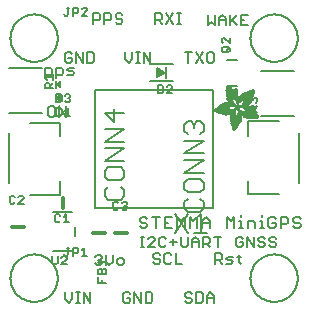
<source format=gbr>
G04 EAGLE Gerber RS-274X export*
G75*
%MOMM*%
%FSLAX34Y34*%
%LPD*%
%INSilkscreen Top*%
%IPPOS*%
%AMOC8*
5,1,8,0,0,1.08239X$1,22.5*%
G01*
%ADD10C,0.152400*%
%ADD11C,0.177800*%
%ADD12C,0.127000*%
%ADD13C,0.304800*%
%ADD14C,0.203200*%
%ADD15R,0.050800X0.006300*%
%ADD16R,0.082600X0.006400*%
%ADD17R,0.120600X0.006300*%
%ADD18R,0.139700X0.006400*%
%ADD19R,0.158800X0.006300*%
%ADD20R,0.177800X0.006400*%
%ADD21R,0.196800X0.006300*%
%ADD22R,0.215900X0.006400*%
%ADD23R,0.228600X0.006300*%
%ADD24R,0.241300X0.006400*%
%ADD25R,0.254000X0.006300*%
%ADD26R,0.266700X0.006400*%
%ADD27R,0.279400X0.006300*%
%ADD28R,0.285700X0.006400*%
%ADD29R,0.298400X0.006300*%
%ADD30R,0.311200X0.006400*%
%ADD31R,0.317500X0.006300*%
%ADD32R,0.330200X0.006400*%
%ADD33R,0.336600X0.006300*%
%ADD34R,0.349200X0.006400*%
%ADD35R,0.361900X0.006300*%
%ADD36R,0.368300X0.006400*%
%ADD37R,0.381000X0.006300*%
%ADD38R,0.387300X0.006400*%
%ADD39R,0.393700X0.006300*%
%ADD40R,0.406400X0.006400*%
%ADD41R,0.412700X0.006300*%
%ADD42R,0.419100X0.006400*%
%ADD43R,0.431800X0.006300*%
%ADD44R,0.438100X0.006400*%
%ADD45R,0.450800X0.006300*%
%ADD46R,0.457200X0.006400*%
%ADD47R,0.463500X0.006300*%
%ADD48R,0.476200X0.006400*%
%ADD49R,0.482600X0.006300*%
%ADD50R,0.488900X0.006400*%
%ADD51R,0.501600X0.006300*%
%ADD52R,0.508000X0.006400*%
%ADD53R,0.514300X0.006300*%
%ADD54R,0.527000X0.006400*%
%ADD55R,0.533400X0.006300*%
%ADD56R,0.546100X0.006400*%
%ADD57R,0.552400X0.006300*%
%ADD58R,0.558800X0.006400*%
%ADD59R,0.571500X0.006300*%
%ADD60R,0.577800X0.006400*%
%ADD61R,0.584200X0.006300*%
%ADD62R,0.596900X0.006400*%
%ADD63R,0.603200X0.006300*%
%ADD64R,0.609600X0.006400*%
%ADD65R,0.622300X0.006300*%
%ADD66R,0.628600X0.006400*%
%ADD67R,0.641300X0.006300*%
%ADD68R,0.647700X0.006400*%
%ADD69R,0.063500X0.006300*%
%ADD70R,0.654000X0.006300*%
%ADD71R,0.101600X0.006400*%
%ADD72R,0.666700X0.006400*%
%ADD73R,0.139700X0.006300*%
%ADD74R,0.673100X0.006300*%
%ADD75R,0.165100X0.006400*%
%ADD76R,0.679400X0.006400*%
%ADD77R,0.196900X0.006300*%
%ADD78R,0.692100X0.006300*%
%ADD79R,0.222200X0.006400*%
%ADD80R,0.698500X0.006400*%
%ADD81R,0.247700X0.006300*%
%ADD82R,0.704800X0.006300*%
%ADD83R,0.279400X0.006400*%
%ADD84R,0.717500X0.006400*%
%ADD85R,0.298500X0.006300*%
%ADD86R,0.723900X0.006300*%
%ADD87R,0.736600X0.006400*%
%ADD88R,0.342900X0.006300*%
%ADD89R,0.742900X0.006300*%
%ADD90R,0.374700X0.006400*%
%ADD91R,0.749300X0.006400*%
%ADD92R,0.762000X0.006300*%
%ADD93R,0.412700X0.006400*%
%ADD94R,0.768300X0.006400*%
%ADD95R,0.438100X0.006300*%
%ADD96R,0.774700X0.006300*%
%ADD97R,0.463600X0.006400*%
%ADD98R,0.787400X0.006400*%
%ADD99R,0.793700X0.006300*%
%ADD100R,0.495300X0.006400*%
%ADD101R,0.800100X0.006400*%
%ADD102R,0.520700X0.006300*%
%ADD103R,0.812800X0.006300*%
%ADD104R,0.533400X0.006400*%
%ADD105R,0.819100X0.006400*%
%ADD106R,0.558800X0.006300*%
%ADD107R,0.825500X0.006300*%
%ADD108R,0.577900X0.006400*%
%ADD109R,0.831800X0.006400*%
%ADD110R,0.596900X0.006300*%
%ADD111R,0.844500X0.006300*%
%ADD112R,0.616000X0.006400*%
%ADD113R,0.850900X0.006400*%
%ADD114R,0.635000X0.006300*%
%ADD115R,0.857200X0.006300*%
%ADD116R,0.654100X0.006400*%
%ADD117R,0.863600X0.006400*%
%ADD118R,0.666700X0.006300*%
%ADD119R,0.869900X0.006300*%
%ADD120R,0.685800X0.006400*%
%ADD121R,0.876300X0.006400*%
%ADD122R,0.882600X0.006300*%
%ADD123R,0.723900X0.006400*%
%ADD124R,0.889000X0.006400*%
%ADD125R,0.895300X0.006300*%
%ADD126R,0.755700X0.006400*%
%ADD127R,0.901700X0.006400*%
%ADD128R,0.908000X0.006300*%
%ADD129R,0.793800X0.006400*%
%ADD130R,0.914400X0.006400*%
%ADD131R,0.806400X0.006300*%
%ADD132R,0.920700X0.006300*%
%ADD133R,0.825500X0.006400*%
%ADD134R,0.927100X0.006400*%
%ADD135R,0.933400X0.006300*%
%ADD136R,0.857300X0.006400*%
%ADD137R,0.939800X0.006400*%
%ADD138R,0.870000X0.006300*%
%ADD139R,0.939800X0.006300*%
%ADD140R,0.946100X0.006400*%
%ADD141R,0.952500X0.006300*%
%ADD142R,0.908000X0.006400*%
%ADD143R,0.958800X0.006400*%
%ADD144R,0.965200X0.006300*%
%ADD145R,0.965200X0.006400*%
%ADD146R,0.971500X0.006300*%
%ADD147R,0.952500X0.006400*%
%ADD148R,0.977900X0.006400*%
%ADD149R,0.958800X0.006300*%
%ADD150R,0.984200X0.006300*%
%ADD151R,0.971500X0.006400*%
%ADD152R,0.984200X0.006400*%
%ADD153R,0.990600X0.006300*%
%ADD154R,0.984300X0.006400*%
%ADD155R,0.996900X0.006400*%
%ADD156R,0.997000X0.006300*%
%ADD157R,0.996900X0.006300*%
%ADD158R,1.003300X0.006400*%
%ADD159R,1.016000X0.006300*%
%ADD160R,1.009600X0.006300*%
%ADD161R,1.016000X0.006400*%
%ADD162R,1.009600X0.006400*%
%ADD163R,1.022300X0.006300*%
%ADD164R,1.028700X0.006400*%
%ADD165R,1.035100X0.006300*%
%ADD166R,1.047800X0.006400*%
%ADD167R,1.054100X0.006300*%
%ADD168R,1.028700X0.006300*%
%ADD169R,1.054100X0.006400*%
%ADD170R,1.035000X0.006400*%
%ADD171R,1.060400X0.006300*%
%ADD172R,1.035000X0.006300*%
%ADD173R,1.060500X0.006400*%
%ADD174R,1.041400X0.006400*%
%ADD175R,1.066800X0.006300*%
%ADD176R,1.041400X0.006300*%
%ADD177R,1.079500X0.006400*%
%ADD178R,1.047700X0.006400*%
%ADD179R,1.085900X0.006300*%
%ADD180R,1.047700X0.006300*%
%ADD181R,1.085800X0.006400*%
%ADD182R,1.092200X0.006300*%
%ADD183R,1.085900X0.006400*%
%ADD184R,1.098600X0.006300*%
%ADD185R,1.098600X0.006400*%
%ADD186R,1.060400X0.006400*%
%ADD187R,1.104900X0.006300*%
%ADD188R,1.104900X0.006400*%
%ADD189R,1.066800X0.006400*%
%ADD190R,1.111200X0.006300*%
%ADD191R,1.117600X0.006400*%
%ADD192R,1.117600X0.006300*%
%ADD193R,1.073100X0.006300*%
%ADD194R,1.073100X0.006400*%
%ADD195R,1.124000X0.006300*%
%ADD196R,1.079500X0.006300*%
%ADD197R,1.123900X0.006400*%
%ADD198R,1.130300X0.006300*%
%ADD199R,1.130300X0.006400*%
%ADD200R,1.136700X0.006400*%
%ADD201R,1.136700X0.006300*%
%ADD202R,1.085800X0.006300*%
%ADD203R,1.136600X0.006400*%
%ADD204R,1.136600X0.006300*%
%ADD205R,1.143000X0.006400*%
%ADD206R,1.143000X0.006300*%
%ADD207R,1.149400X0.006300*%
%ADD208R,1.149300X0.006300*%
%ADD209R,1.149300X0.006400*%
%ADD210R,1.149400X0.006400*%
%ADD211R,1.155700X0.006400*%
%ADD212R,1.155700X0.006300*%
%ADD213R,1.060500X0.006300*%
%ADD214R,2.197100X0.006400*%
%ADD215R,2.197100X0.006300*%
%ADD216R,2.184400X0.006300*%
%ADD217R,2.184400X0.006400*%
%ADD218R,2.171700X0.006400*%
%ADD219R,2.171700X0.006300*%
%ADD220R,1.530300X0.006400*%
%ADD221R,1.505000X0.006300*%
%ADD222R,1.492300X0.006400*%
%ADD223R,1.485900X0.006300*%
%ADD224R,0.565200X0.006300*%
%ADD225R,1.473200X0.006400*%
%ADD226R,0.565200X0.006400*%
%ADD227R,1.460500X0.006300*%
%ADD228R,1.454100X0.006400*%
%ADD229R,0.552400X0.006400*%
%ADD230R,1.441500X0.006300*%
%ADD231R,0.546100X0.006300*%
%ADD232R,1.435100X0.006400*%
%ADD233R,0.539800X0.006400*%
%ADD234R,1.428800X0.006300*%
%ADD235R,1.422400X0.006400*%
%ADD236R,1.409700X0.006300*%
%ADD237R,0.527100X0.006300*%
%ADD238R,1.403300X0.006400*%
%ADD239R,0.527100X0.006400*%
%ADD240R,1.390700X0.006300*%
%ADD241R,1.384300X0.006400*%
%ADD242R,0.520700X0.006400*%
%ADD243R,1.384300X0.006300*%
%ADD244R,0.514400X0.006300*%
%ADD245R,1.371600X0.006400*%
%ADD246R,1.365200X0.006300*%
%ADD247R,0.508000X0.006300*%
%ADD248R,1.352600X0.006400*%
%ADD249R,0.501700X0.006400*%
%ADD250R,0.711200X0.006300*%
%ADD251R,0.603300X0.006300*%
%ADD252R,0.501700X0.006300*%
%ADD253R,0.692100X0.006400*%
%ADD254R,0.571500X0.006400*%
%ADD255R,0.679400X0.006300*%
%ADD256R,0.495300X0.006300*%
%ADD257R,0.673100X0.006400*%
%ADD258R,0.666800X0.006300*%
%ADD259R,0.488900X0.006300*%
%ADD260R,0.660400X0.006400*%
%ADD261R,0.482600X0.006400*%
%ADD262R,0.476200X0.006300*%
%ADD263R,0.654000X0.006400*%
%ADD264R,0.469900X0.006400*%
%ADD265R,0.476300X0.006400*%
%ADD266R,0.647700X0.006300*%
%ADD267R,0.457200X0.006300*%
%ADD268R,0.469900X0.006300*%
%ADD269R,0.641300X0.006400*%
%ADD270R,0.444500X0.006400*%
%ADD271R,0.463600X0.006300*%
%ADD272R,0.635000X0.006400*%
%ADD273R,0.463500X0.006400*%
%ADD274R,0.393700X0.006400*%
%ADD275R,0.450800X0.006400*%
%ADD276R,0.628600X0.006300*%
%ADD277R,0.387400X0.006300*%
%ADD278R,0.450900X0.006300*%
%ADD279R,0.628700X0.006400*%
%ADD280R,0.374600X0.006400*%
%ADD281R,0.368300X0.006300*%
%ADD282R,0.438200X0.006300*%
%ADD283R,0.622300X0.006400*%
%ADD284R,0.355600X0.006400*%
%ADD285R,0.431800X0.006400*%
%ADD286R,0.349300X0.006300*%
%ADD287R,0.425400X0.006300*%
%ADD288R,0.615900X0.006300*%
%ADD289R,0.330200X0.006300*%
%ADD290R,0.419100X0.006300*%
%ADD291R,0.616000X0.006300*%
%ADD292R,0.311200X0.006300*%
%ADD293R,0.406400X0.006300*%
%ADD294R,0.615900X0.006400*%
%ADD295R,0.304800X0.006400*%
%ADD296R,0.158800X0.006400*%
%ADD297R,0.609600X0.006300*%
%ADD298R,0.292100X0.006300*%
%ADD299R,0.235000X0.006300*%
%ADD300R,0.387400X0.006400*%
%ADD301R,0.292100X0.006400*%
%ADD302R,0.336500X0.006300*%
%ADD303R,0.260400X0.006300*%
%ADD304R,0.603300X0.006400*%
%ADD305R,0.260400X0.006400*%
%ADD306R,0.362000X0.006400*%
%ADD307R,0.450900X0.006400*%
%ADD308R,0.355600X0.006300*%
%ADD309R,0.342900X0.006400*%
%ADD310R,0.514300X0.006400*%
%ADD311R,0.234900X0.006300*%
%ADD312R,0.539700X0.006300*%
%ADD313R,0.603200X0.006400*%
%ADD314R,0.234900X0.006400*%
%ADD315R,0.920700X0.006400*%
%ADD316R,0.958900X0.006400*%
%ADD317R,0.215900X0.006300*%
%ADD318R,0.209600X0.006400*%
%ADD319R,0.203200X0.006300*%
%ADD320R,1.003300X0.006300*%
%ADD321R,0.203200X0.006400*%
%ADD322R,0.196900X0.006400*%
%ADD323R,0.190500X0.006300*%
%ADD324R,0.190500X0.006400*%
%ADD325R,0.184200X0.006300*%
%ADD326R,0.590500X0.006400*%
%ADD327R,0.184200X0.006400*%
%ADD328R,0.590500X0.006300*%
%ADD329R,0.177800X0.006300*%
%ADD330R,0.584200X0.006400*%
%ADD331R,1.168400X0.006400*%
%ADD332R,0.171500X0.006300*%
%ADD333R,1.187500X0.006300*%
%ADD334R,1.200100X0.006400*%
%ADD335R,0.577800X0.006300*%
%ADD336R,1.212900X0.006300*%
%ADD337R,1.231900X0.006400*%
%ADD338R,1.250900X0.006300*%
%ADD339R,0.565100X0.006400*%
%ADD340R,0.184100X0.006400*%
%ADD341R,1.263700X0.006400*%
%ADD342R,0.565100X0.006300*%
%ADD343R,1.289100X0.006300*%
%ADD344R,1.314400X0.006400*%
%ADD345R,0.552500X0.006300*%
%ADD346R,1.568500X0.006300*%
%ADD347R,0.552500X0.006400*%
%ADD348R,1.581200X0.006400*%
%ADD349R,1.593800X0.006300*%
%ADD350R,1.606500X0.006400*%
%ADD351R,1.619300X0.006300*%
%ADD352R,0.514400X0.006400*%
%ADD353R,1.638300X0.006400*%
%ADD354R,1.657300X0.006300*%
%ADD355R,2.209800X0.006400*%
%ADD356R,2.425700X0.006300*%
%ADD357R,2.470100X0.006400*%
%ADD358R,2.501900X0.006300*%
%ADD359R,2.533700X0.006400*%
%ADD360R,2.559000X0.006300*%
%ADD361R,2.584500X0.006400*%
%ADD362R,2.609900X0.006300*%
%ADD363R,2.628900X0.006400*%
%ADD364R,2.660600X0.006300*%
%ADD365R,2.673400X0.006400*%
%ADD366R,1.422400X0.006300*%
%ADD367R,1.200200X0.006300*%
%ADD368R,1.365300X0.006300*%
%ADD369R,1.365300X0.006400*%
%ADD370R,1.352500X0.006300*%
%ADD371R,1.098500X0.006300*%
%ADD372R,1.358900X0.006400*%
%ADD373R,1.352600X0.006300*%
%ADD374R,1.358900X0.006300*%
%ADD375R,1.371600X0.006300*%
%ADD376R,1.377900X0.006400*%
%ADD377R,1.397000X0.006400*%
%ADD378R,1.403300X0.006300*%
%ADD379R,0.914400X0.006300*%
%ADD380R,0.876300X0.006300*%
%ADD381R,0.374600X0.006300*%
%ADD382R,1.073200X0.006400*%
%ADD383R,0.374700X0.006300*%
%ADD384R,0.844600X0.006400*%
%ADD385R,0.844600X0.006300*%
%ADD386R,0.831900X0.006400*%
%ADD387R,1.092200X0.006400*%
%ADD388R,0.400000X0.006300*%
%ADD389R,0.819200X0.006400*%
%ADD390R,1.111300X0.006400*%
%ADD391R,0.812800X0.006400*%
%ADD392R,0.800100X0.006300*%
%ADD393R,0.476300X0.006300*%
%ADD394R,1.181100X0.006300*%
%ADD395R,0.501600X0.006400*%
%ADD396R,1.193800X0.006400*%
%ADD397R,0.781000X0.006400*%
%ADD398R,1.238200X0.006400*%
%ADD399R,0.781100X0.006300*%
%ADD400R,1.257300X0.006300*%
%ADD401R,1.295400X0.006400*%
%ADD402R,1.333500X0.006300*%
%ADD403R,0.774700X0.006400*%
%ADD404R,1.866900X0.006400*%
%ADD405R,0.209600X0.006300*%
%ADD406R,1.866900X0.006300*%
%ADD407R,0.768400X0.006400*%
%ADD408R,0.209500X0.006400*%
%ADD409R,1.860600X0.006400*%
%ADD410R,0.762000X0.006400*%
%ADD411R,0.768400X0.006300*%
%ADD412R,1.860600X0.006300*%
%ADD413R,1.860500X0.006400*%
%ADD414R,0.222300X0.006300*%
%ADD415R,1.854200X0.006300*%
%ADD416R,0.235000X0.006400*%
%ADD417R,1.854200X0.006400*%
%ADD418R,0.768300X0.006300*%
%ADD419R,0.260300X0.006400*%
%ADD420R,1.847800X0.006400*%
%ADD421R,0.266700X0.006300*%
%ADD422R,1.847800X0.006300*%
%ADD423R,0.273100X0.006400*%
%ADD424R,1.841500X0.006400*%
%ADD425R,0.285800X0.006300*%
%ADD426R,1.841500X0.006300*%
%ADD427R,0.298500X0.006400*%
%ADD428R,1.835100X0.006400*%
%ADD429R,0.781000X0.006300*%
%ADD430R,0.304800X0.006300*%
%ADD431R,1.835100X0.006300*%
%ADD432R,0.317500X0.006400*%
%ADD433R,1.828800X0.006400*%
%ADD434R,0.787400X0.006300*%
%ADD435R,0.323800X0.006300*%
%ADD436R,1.828800X0.006300*%
%ADD437R,0.793700X0.006400*%
%ADD438R,1.822400X0.006400*%
%ADD439R,0.806500X0.006300*%
%ADD440R,1.822400X0.006300*%
%ADD441R,1.816100X0.006400*%
%ADD442R,0.819100X0.006300*%
%ADD443R,0.387300X0.006300*%
%ADD444R,1.816100X0.006300*%
%ADD445R,1.809800X0.006400*%
%ADD446R,1.803400X0.006300*%
%ADD447R,1.797000X0.006400*%
%ADD448R,0.901700X0.006300*%
%ADD449R,1.797000X0.006300*%
%ADD450R,1.441400X0.006400*%
%ADD451R,1.790700X0.006400*%
%ADD452R,1.447800X0.006300*%
%ADD453R,1.784300X0.006300*%
%ADD454R,1.447800X0.006400*%
%ADD455R,1.784300X0.006400*%
%ADD456R,1.454100X0.006300*%
%ADD457R,1.771700X0.006300*%
%ADD458R,1.460500X0.006400*%
%ADD459R,1.759000X0.006400*%
%ADD460R,1.466800X0.006300*%
%ADD461R,1.752600X0.006300*%
%ADD462R,1.466800X0.006400*%
%ADD463R,1.739900X0.006400*%
%ADD464R,1.473200X0.006300*%
%ADD465R,1.727200X0.006300*%
%ADD466R,1.479500X0.006400*%
%ADD467R,1.714500X0.006400*%
%ADD468R,1.695400X0.006300*%
%ADD469R,1.485900X0.006400*%
%ADD470R,1.682700X0.006400*%
%ADD471R,1.492200X0.006300*%
%ADD472R,1.663700X0.006300*%
%ADD473R,1.498600X0.006400*%
%ADD474R,1.644600X0.006400*%
%ADD475R,1.498600X0.006300*%
%ADD476R,1.619200X0.006300*%
%ADD477R,1.511300X0.006400*%
%ADD478R,1.600200X0.006400*%
%ADD479R,1.517700X0.006300*%
%ADD480R,1.574800X0.006300*%
%ADD481R,1.524000X0.006400*%
%ADD482R,1.555800X0.006400*%
%ADD483R,1.524000X0.006300*%
%ADD484R,1.536700X0.006300*%
%ADD485R,1.530400X0.006400*%
%ADD486R,1.517700X0.006400*%
%ADD487R,1.492300X0.006300*%
%ADD488R,1.549400X0.006400*%
%ADD489R,1.479600X0.006400*%
%ADD490R,1.549400X0.006300*%
%ADD491R,1.555700X0.006400*%
%ADD492R,1.562100X0.006300*%
%ADD493R,0.323900X0.006300*%
%ADD494R,1.568400X0.006400*%
%ADD495R,0.336600X0.006400*%
%ADD496R,1.587500X0.006300*%
%ADD497R,0.971600X0.006300*%
%ADD498R,0.349300X0.006400*%
%ADD499R,1.600200X0.006300*%
%ADD500R,0.920800X0.006300*%
%ADD501R,0.882700X0.006400*%
%ADD502R,1.612900X0.006300*%
%ADD503R,0.362000X0.006300*%
%ADD504R,1.625600X0.006400*%
%ADD505R,1.625600X0.006300*%
%ADD506R,1.644600X0.006300*%
%ADD507R,0.736600X0.006300*%
%ADD508R,0.717600X0.006400*%
%ADD509R,1.657400X0.006300*%
%ADD510R,0.679500X0.006300*%
%ADD511R,1.663700X0.006400*%
%ADD512R,0.400000X0.006400*%
%ADD513R,1.676400X0.006300*%
%ADD514R,1.676400X0.006400*%
%ADD515R,0.425500X0.006400*%
%ADD516R,1.352500X0.006400*%
%ADD517R,0.444500X0.006300*%
%ADD518R,0.361900X0.006400*%
%ADD519R,0.088900X0.006300*%
%ADD520R,1.009700X0.006300*%
%ADD521R,1.009700X0.006400*%
%ADD522R,1.022300X0.006400*%
%ADD523R,1.346200X0.006400*%
%ADD524R,1.346200X0.006300*%
%ADD525R,1.339900X0.006400*%
%ADD526R,1.035100X0.006400*%
%ADD527R,1.339800X0.006300*%
%ADD528R,1.333500X0.006400*%
%ADD529R,1.327200X0.006400*%
%ADD530R,1.320800X0.006300*%
%ADD531R,1.314500X0.006400*%
%ADD532R,1.314400X0.006300*%
%ADD533R,1.301700X0.006400*%
%ADD534R,1.295400X0.006300*%
%ADD535R,1.289000X0.006400*%
%ADD536R,1.276300X0.006300*%
%ADD537R,1.251000X0.006300*%
%ADD538R,1.244600X0.006400*%
%ADD539R,1.231900X0.006300*%
%ADD540R,1.212800X0.006400*%
%ADD541R,1.200100X0.006300*%
%ADD542R,1.187400X0.006400*%
%ADD543R,1.168400X0.006300*%
%ADD544R,1.047800X0.006300*%
%ADD545R,0.977900X0.006300*%
%ADD546R,0.946200X0.006400*%
%ADD547R,0.933400X0.006400*%
%ADD548R,0.895300X0.006400*%
%ADD549R,0.882700X0.006300*%
%ADD550R,0.863600X0.006300*%
%ADD551R,0.857200X0.006400*%
%ADD552R,0.850900X0.006300*%
%ADD553R,0.838200X0.006300*%
%ADD554R,0.806500X0.006400*%
%ADD555R,0.717600X0.006300*%
%ADD556R,0.711200X0.006400*%
%ADD557R,0.641400X0.006400*%
%ADD558R,0.641400X0.006300*%
%ADD559R,0.628700X0.006300*%
%ADD560R,0.590600X0.006300*%
%ADD561R,0.539700X0.006400*%
%ADD562R,0.285700X0.006300*%
%ADD563R,0.222200X0.006300*%
%ADD564R,0.171400X0.006300*%
%ADD565R,0.152400X0.006400*%
%ADD566R,0.133400X0.006300*%
%ADD567R,0.127000X0.762000*%
%ADD568R,0.200000X1.000000*%

G36*
X131395Y196383D02*
X131395Y196383D01*
X131466Y196381D01*
X131536Y196400D01*
X131607Y196408D01*
X131662Y196433D01*
X131741Y196453D01*
X131844Y196514D01*
X131913Y196545D01*
X134913Y198545D01*
X135000Y198622D01*
X135090Y198695D01*
X135105Y198717D01*
X135125Y198735D01*
X135187Y198832D01*
X135254Y198927D01*
X135262Y198953D01*
X135277Y198975D01*
X135309Y199086D01*
X135347Y199196D01*
X135348Y199223D01*
X135355Y199248D01*
X135355Y199364D01*
X135361Y199480D01*
X135355Y199506D01*
X135355Y199533D01*
X135323Y199644D01*
X135297Y199757D01*
X135284Y199780D01*
X135276Y199806D01*
X135214Y199904D01*
X135158Y200005D01*
X135140Y200021D01*
X135125Y200046D01*
X134917Y200231D01*
X134913Y200235D01*
X131913Y202235D01*
X131849Y202266D01*
X131789Y202306D01*
X131721Y202327D01*
X131657Y202358D01*
X131586Y202370D01*
X131518Y202391D01*
X131447Y202393D01*
X131377Y202405D01*
X131305Y202397D01*
X131234Y202399D01*
X131165Y202381D01*
X131094Y202372D01*
X131028Y202345D01*
X130959Y202327D01*
X130898Y202290D01*
X130832Y202263D01*
X130776Y202218D01*
X130714Y202182D01*
X130665Y202130D01*
X130610Y202085D01*
X130569Y202027D01*
X130520Y201974D01*
X130487Y201911D01*
X130446Y201853D01*
X130423Y201785D01*
X130390Y201721D01*
X130380Y201662D01*
X130353Y201584D01*
X130347Y201465D01*
X130335Y201390D01*
X130335Y197390D01*
X130345Y197319D01*
X130345Y197247D01*
X130365Y197179D01*
X130375Y197109D01*
X130404Y197043D01*
X130424Y196974D01*
X130462Y196914D01*
X130491Y196849D01*
X130537Y196794D01*
X130575Y196734D01*
X130629Y196686D01*
X130675Y196632D01*
X130734Y196592D01*
X130788Y196545D01*
X130852Y196514D01*
X130911Y196475D01*
X130980Y196453D01*
X131044Y196422D01*
X131114Y196410D01*
X131182Y196389D01*
X131254Y196387D01*
X131325Y196375D01*
X131395Y196383D01*
G37*
G36*
X47508Y185933D02*
X47508Y185933D01*
X47537Y185930D01*
X47629Y185950D01*
X47722Y185963D01*
X47749Y185976D01*
X47778Y185982D01*
X47858Y186030D01*
X47942Y186072D01*
X47963Y186093D01*
X47989Y186108D01*
X48050Y186180D01*
X48116Y186246D01*
X48129Y186272D01*
X48149Y186295D01*
X48184Y186382D01*
X48226Y186466D01*
X48230Y186496D01*
X48241Y186523D01*
X48259Y186690D01*
X48259Y191770D01*
X48254Y191799D01*
X48257Y191829D01*
X48235Y191920D01*
X48220Y192013D01*
X48206Y192039D01*
X48199Y192068D01*
X48148Y192147D01*
X48104Y192230D01*
X48083Y192251D01*
X48067Y192276D01*
X47994Y192335D01*
X47926Y192400D01*
X47899Y192412D01*
X47876Y192431D01*
X47788Y192464D01*
X47703Y192503D01*
X47673Y192506D01*
X47646Y192517D01*
X47552Y192520D01*
X47459Y192530D01*
X47429Y192524D01*
X47400Y192525D01*
X47310Y192498D01*
X47218Y192478D01*
X47193Y192463D01*
X47164Y192454D01*
X47022Y192364D01*
X43847Y189824D01*
X43778Y189747D01*
X43705Y189674D01*
X43696Y189657D01*
X43683Y189642D01*
X43641Y189546D01*
X43595Y189454D01*
X43593Y189434D01*
X43585Y189416D01*
X43576Y189313D01*
X43562Y189210D01*
X43566Y189191D01*
X43564Y189171D01*
X43589Y189070D01*
X43608Y188968D01*
X43618Y188951D01*
X43622Y188932D01*
X43678Y188845D01*
X43729Y188754D01*
X43746Y188737D01*
X43754Y188724D01*
X43779Y188704D01*
X43847Y188636D01*
X47022Y186096D01*
X47048Y186081D01*
X47070Y186061D01*
X47155Y186021D01*
X47237Y185975D01*
X47266Y185969D01*
X47293Y185957D01*
X47386Y185947D01*
X47478Y185929D01*
X47508Y185933D01*
G37*
G36*
X47508Y174503D02*
X47508Y174503D01*
X47537Y174500D01*
X47629Y174520D01*
X47722Y174533D01*
X47749Y174546D01*
X47778Y174552D01*
X47858Y174600D01*
X47942Y174642D01*
X47963Y174663D01*
X47989Y174678D01*
X48050Y174750D01*
X48116Y174816D01*
X48129Y174842D01*
X48149Y174865D01*
X48184Y174952D01*
X48226Y175036D01*
X48230Y175066D01*
X48241Y175093D01*
X48259Y175260D01*
X48259Y180340D01*
X48254Y180369D01*
X48257Y180399D01*
X48235Y180490D01*
X48220Y180583D01*
X48206Y180609D01*
X48199Y180638D01*
X48148Y180717D01*
X48104Y180800D01*
X48083Y180821D01*
X48067Y180846D01*
X47994Y180905D01*
X47926Y180970D01*
X47899Y180982D01*
X47876Y181001D01*
X47788Y181034D01*
X47703Y181073D01*
X47673Y181076D01*
X47646Y181087D01*
X47552Y181090D01*
X47459Y181100D01*
X47429Y181094D01*
X47400Y181095D01*
X47310Y181068D01*
X47218Y181048D01*
X47193Y181033D01*
X47164Y181024D01*
X47022Y180934D01*
X43847Y178394D01*
X43778Y178317D01*
X43705Y178244D01*
X43696Y178227D01*
X43683Y178212D01*
X43641Y178116D01*
X43595Y178024D01*
X43593Y178004D01*
X43585Y177986D01*
X43576Y177883D01*
X43562Y177780D01*
X43566Y177761D01*
X43564Y177741D01*
X43589Y177640D01*
X43608Y177538D01*
X43618Y177521D01*
X43622Y177502D01*
X43678Y177415D01*
X43729Y177324D01*
X43746Y177307D01*
X43754Y177294D01*
X43779Y177274D01*
X43847Y177206D01*
X47022Y174666D01*
X47048Y174651D01*
X47070Y174631D01*
X47155Y174591D01*
X47237Y174545D01*
X47266Y174539D01*
X47293Y174527D01*
X47386Y174517D01*
X47478Y174499D01*
X47508Y174503D01*
G37*
D10*
X51788Y13215D02*
X51788Y7453D01*
X54670Y4572D01*
X57551Y7453D01*
X57551Y13215D01*
X61144Y4572D02*
X64025Y4572D01*
X62584Y4572D02*
X62584Y13215D01*
X61144Y13215D02*
X64025Y13215D01*
X67380Y13215D02*
X67380Y4572D01*
X73143Y4572D02*
X67380Y13215D01*
X73143Y13215D02*
X73143Y4572D01*
X76899Y43525D02*
X78340Y44965D01*
X81221Y44965D01*
X82661Y43525D01*
X82661Y42084D01*
X81221Y40644D01*
X79780Y40644D01*
X81221Y40644D02*
X82661Y39203D01*
X82661Y37763D01*
X81221Y36322D01*
X78340Y36322D01*
X76899Y37763D01*
X86254Y39203D02*
X86254Y44965D01*
X86254Y39203D02*
X89136Y36322D01*
X92017Y39203D01*
X92017Y44965D01*
X97050Y36322D02*
X99931Y36322D01*
X101372Y37763D01*
X101372Y40644D01*
X99931Y42084D01*
X97050Y42084D01*
X95610Y40644D01*
X95610Y37763D01*
X97050Y36322D01*
X105351Y13215D02*
X106791Y11775D01*
X105351Y13215D02*
X102470Y13215D01*
X101029Y11775D01*
X101029Y6013D01*
X102470Y4572D01*
X105351Y4572D01*
X106791Y6013D01*
X106791Y8894D01*
X103910Y8894D01*
X110384Y13215D02*
X110384Y4572D01*
X116147Y4572D02*
X110384Y13215D01*
X116147Y13215D02*
X116147Y4572D01*
X119740Y4572D02*
X119740Y13215D01*
X119740Y4572D02*
X124061Y4572D01*
X125502Y6013D01*
X125502Y11775D01*
X124061Y13215D01*
X119740Y13215D01*
X132191Y44795D02*
X130751Y46235D01*
X127870Y46235D01*
X126429Y44795D01*
X126429Y43354D01*
X127870Y41914D01*
X130751Y41914D01*
X132191Y40473D01*
X132191Y39033D01*
X130751Y37592D01*
X127870Y37592D01*
X126429Y39033D01*
X140106Y46235D02*
X141547Y44795D01*
X140106Y46235D02*
X137225Y46235D01*
X135784Y44795D01*
X135784Y39033D01*
X137225Y37592D01*
X140106Y37592D01*
X141547Y39033D01*
X145140Y37592D02*
X145140Y46235D01*
X145140Y37592D02*
X150902Y37592D01*
X157421Y13215D02*
X158861Y11775D01*
X157421Y13215D02*
X154540Y13215D01*
X153099Y11775D01*
X153099Y10334D01*
X154540Y8894D01*
X157421Y8894D01*
X158861Y7453D01*
X158861Y6013D01*
X157421Y4572D01*
X154540Y4572D01*
X153099Y6013D01*
X162454Y4572D02*
X162454Y13215D01*
X162454Y4572D02*
X166776Y4572D01*
X168217Y6013D01*
X168217Y11775D01*
X166776Y13215D01*
X162454Y13215D01*
X171810Y10334D02*
X171810Y4572D01*
X171810Y10334D02*
X174691Y13215D01*
X177572Y10334D01*
X177572Y4572D01*
X177572Y8894D02*
X171810Y8894D01*
X178788Y37592D02*
X178788Y46235D01*
X183110Y46235D01*
X184551Y44795D01*
X184551Y41914D01*
X183110Y40473D01*
X178788Y40473D01*
X181670Y40473D02*
X184551Y37592D01*
X188144Y37592D02*
X192465Y37592D01*
X193906Y39033D01*
X192465Y40473D01*
X189584Y40473D01*
X188144Y41914D01*
X189584Y43354D01*
X193906Y43354D01*
X198939Y44795D02*
X198939Y39033D01*
X200380Y37592D01*
X200380Y43354D02*
X197499Y43354D01*
D11*
X121315Y75614D02*
X119705Y77224D01*
X116485Y77224D01*
X114875Y75614D01*
X114875Y74004D01*
X116485Y72394D01*
X119705Y72394D01*
X121315Y70784D01*
X121315Y69174D01*
X119705Y67564D01*
X116485Y67564D01*
X114875Y69174D01*
X128620Y67564D02*
X128620Y77224D01*
X125400Y77224D02*
X131840Y77224D01*
X135924Y77224D02*
X142364Y77224D01*
X135924Y77224D02*
X135924Y67564D01*
X142364Y67564D01*
X139144Y72394D02*
X135924Y72394D01*
X146449Y67564D02*
X146449Y77224D01*
X149669Y74004D01*
X152889Y77224D01*
X152889Y67564D01*
X156973Y67564D02*
X156973Y77224D01*
X160193Y74004D01*
X163414Y77224D01*
X163414Y67564D01*
X167498Y67564D02*
X167498Y74004D01*
X170718Y77224D01*
X173938Y74004D01*
X173938Y67564D01*
X173938Y72394D02*
X167498Y72394D01*
X188547Y67564D02*
X188547Y77224D01*
X191767Y74004D01*
X194987Y77224D01*
X194987Y67564D01*
X199072Y74004D02*
X200682Y74004D01*
X200682Y67564D01*
X199072Y67564D02*
X202292Y67564D01*
X200682Y77224D02*
X200682Y78834D01*
X206088Y74004D02*
X206088Y67564D01*
X206088Y74004D02*
X210918Y74004D01*
X212528Y72394D01*
X212528Y67564D01*
X216613Y74004D02*
X218223Y74004D01*
X218223Y67564D01*
X216613Y67564D02*
X219833Y67564D01*
X218223Y77224D02*
X218223Y78834D01*
X228459Y77224D02*
X230069Y75614D01*
X228459Y77224D02*
X225239Y77224D01*
X223629Y75614D01*
X223629Y69174D01*
X225239Y67564D01*
X228459Y67564D01*
X230069Y69174D01*
X230069Y72394D01*
X226849Y72394D01*
X234154Y67564D02*
X234154Y77224D01*
X238984Y77224D01*
X240594Y75614D01*
X240594Y72394D01*
X238984Y70784D01*
X234154Y70784D01*
X249508Y77224D02*
X251118Y75614D01*
X249508Y77224D02*
X246288Y77224D01*
X244678Y75614D01*
X244678Y74004D01*
X246288Y72394D01*
X249508Y72394D01*
X251118Y70784D01*
X251118Y69174D01*
X249508Y67564D01*
X246288Y67564D01*
X244678Y69174D01*
D10*
X118384Y51562D02*
X115502Y51562D01*
X116943Y51562D02*
X116943Y60205D01*
X115502Y60205D02*
X118384Y60205D01*
X121739Y51562D02*
X127501Y51562D01*
X121739Y51562D02*
X127501Y57324D01*
X127501Y58765D01*
X126061Y60205D01*
X123180Y60205D01*
X121739Y58765D01*
X135416Y60205D02*
X136857Y58765D01*
X135416Y60205D02*
X132535Y60205D01*
X131094Y58765D01*
X131094Y53003D01*
X132535Y51562D01*
X135416Y51562D01*
X136857Y53003D01*
X140450Y55884D02*
X146212Y55884D01*
X143331Y58765D02*
X143331Y53003D01*
X149805Y53003D02*
X149805Y60205D01*
X149805Y53003D02*
X151245Y51562D01*
X154126Y51562D01*
X155567Y53003D01*
X155567Y60205D01*
X159160Y57324D02*
X159160Y51562D01*
X159160Y57324D02*
X162041Y60205D01*
X164922Y57324D01*
X164922Y51562D01*
X164922Y55884D02*
X159160Y55884D01*
X168515Y60205D02*
X168515Y51562D01*
X168515Y60205D02*
X172837Y60205D01*
X174277Y58765D01*
X174277Y55884D01*
X172837Y54443D01*
X168515Y54443D01*
X171396Y54443D02*
X174277Y51562D01*
X180751Y51562D02*
X180751Y60205D01*
X177870Y60205D02*
X183633Y60205D01*
X200902Y60205D02*
X202343Y58765D01*
X200902Y60205D02*
X198021Y60205D01*
X196581Y58765D01*
X196581Y53003D01*
X198021Y51562D01*
X200902Y51562D01*
X202343Y53003D01*
X202343Y55884D01*
X199462Y55884D01*
X205936Y60205D02*
X205936Y51562D01*
X211698Y51562D02*
X205936Y60205D01*
X211698Y60205D02*
X211698Y51562D01*
X219613Y60205D02*
X221053Y58765D01*
X219613Y60205D02*
X216732Y60205D01*
X215291Y58765D01*
X215291Y57324D01*
X216732Y55884D01*
X219613Y55884D01*
X221053Y54443D01*
X221053Y53003D01*
X219613Y51562D01*
X216732Y51562D01*
X215291Y53003D01*
X228968Y60205D02*
X230409Y58765D01*
X228968Y60205D02*
X226087Y60205D01*
X224646Y58765D01*
X224646Y57324D01*
X226087Y55884D01*
X228968Y55884D01*
X230409Y54443D01*
X230409Y53003D01*
X228968Y51562D01*
X226087Y51562D01*
X224646Y53003D01*
D12*
X41449Y170823D02*
X38483Y170823D01*
X37000Y169340D01*
X37000Y163408D01*
X38483Y161925D01*
X41449Y161925D01*
X42932Y163408D01*
X42932Y169340D01*
X41449Y170823D01*
X46355Y170823D02*
X46355Y161925D01*
X52287Y161925D02*
X46355Y170823D01*
X52287Y170823D02*
X52287Y161925D01*
D10*
X75629Y240792D02*
X75629Y249435D01*
X79951Y249435D01*
X81391Y247995D01*
X81391Y245114D01*
X79951Y243673D01*
X75629Y243673D01*
X84984Y240792D02*
X84984Y249435D01*
X89306Y249435D01*
X90747Y247995D01*
X90747Y245114D01*
X89306Y243673D01*
X84984Y243673D01*
X98661Y249435D02*
X100102Y247995D01*
X98661Y249435D02*
X95780Y249435D01*
X94340Y247995D01*
X94340Y246554D01*
X95780Y245114D01*
X98661Y245114D01*
X100102Y243673D01*
X100102Y242233D01*
X98661Y240792D01*
X95780Y240792D01*
X94340Y242233D01*
X155980Y216415D02*
X155980Y207772D01*
X153099Y216415D02*
X158861Y216415D01*
X162454Y216415D02*
X168217Y207772D01*
X162454Y207772D02*
X168217Y216415D01*
X173250Y216415D02*
X176131Y216415D01*
X173250Y216415D02*
X171810Y214975D01*
X171810Y209213D01*
X173250Y207772D01*
X176131Y207772D01*
X177572Y209213D01*
X177572Y214975D01*
X176131Y216415D01*
X127988Y240792D02*
X127988Y249435D01*
X132310Y249435D01*
X133751Y247995D01*
X133751Y245114D01*
X132310Y243673D01*
X127988Y243673D01*
X130870Y243673D02*
X133751Y240792D01*
X143106Y240792D02*
X137344Y249435D01*
X143106Y249435D02*
X137344Y240792D01*
X146699Y240792D02*
X149580Y240792D01*
X148139Y240792D02*
X148139Y249435D01*
X146699Y249435D02*
X149580Y249435D01*
X102588Y216415D02*
X102588Y210653D01*
X105470Y207772D01*
X108351Y210653D01*
X108351Y216415D01*
X111944Y207772D02*
X114825Y207772D01*
X113384Y207772D02*
X113384Y216415D01*
X111944Y216415D02*
X114825Y216415D01*
X118180Y216415D02*
X118180Y207772D01*
X123943Y207772D02*
X118180Y216415D01*
X123943Y216415D02*
X123943Y207772D01*
X57261Y214975D02*
X55821Y216415D01*
X52940Y216415D01*
X51499Y214975D01*
X51499Y209213D01*
X52940Y207772D01*
X55821Y207772D01*
X57261Y209213D01*
X57261Y212094D01*
X54380Y212094D01*
X60854Y216415D02*
X60854Y207772D01*
X66617Y207772D02*
X60854Y216415D01*
X66617Y216415D02*
X66617Y207772D01*
X70210Y207772D02*
X70210Y216415D01*
X70210Y207772D02*
X74531Y207772D01*
X75972Y209213D01*
X75972Y214975D01*
X74531Y216415D01*
X70210Y216415D01*
X172552Y239522D02*
X172552Y248165D01*
X175433Y242403D02*
X172552Y239522D01*
X175433Y242403D02*
X178314Y239522D01*
X178314Y248165D01*
X181907Y245284D02*
X181907Y239522D01*
X181907Y245284D02*
X184788Y248165D01*
X187669Y245284D01*
X187669Y239522D01*
X187669Y243844D02*
X181907Y243844D01*
X191262Y248165D02*
X191262Y239522D01*
X191262Y242403D02*
X197024Y248165D01*
X192703Y243844D02*
X197024Y239522D01*
X200617Y248165D02*
X206379Y248165D01*
X200617Y248165D02*
X200617Y239522D01*
X206379Y239522D01*
X203498Y243844D02*
X200617Y243844D01*
D12*
X34862Y203417D02*
X34862Y194519D01*
X34862Y203417D02*
X39311Y203417D01*
X40794Y201934D01*
X40794Y198968D01*
X39311Y197485D01*
X34862Y197485D01*
X44217Y194519D02*
X44217Y203417D01*
X48666Y203417D01*
X50149Y201934D01*
X50149Y198968D01*
X48666Y197485D01*
X44217Y197485D01*
X53573Y197485D02*
X58021Y197485D01*
X59504Y198968D01*
X58021Y200451D01*
X55056Y200451D01*
X53573Y201934D01*
X55056Y203417D01*
X59504Y203417D01*
D13*
X16510Y68580D02*
X6350Y68580D01*
D10*
X8978Y93900D02*
X7877Y95002D01*
X5674Y95002D01*
X4572Y93900D01*
X4572Y89494D01*
X5674Y88392D01*
X7877Y88392D01*
X8978Y89494D01*
X12056Y88392D02*
X16463Y88392D01*
X16463Y92798D02*
X12056Y88392D01*
X16463Y92798D02*
X16463Y93900D01*
X15361Y95002D01*
X13158Y95002D01*
X12056Y93900D01*
D14*
X41530Y81270D02*
X57530Y81270D01*
X57530Y48270D02*
X41530Y48270D01*
X60030Y60770D02*
X60030Y68770D01*
D10*
X40944Y43694D02*
X40944Y38186D01*
X42045Y37084D01*
X44249Y37084D01*
X45350Y38186D01*
X45350Y43694D01*
X48428Y37084D02*
X52834Y37084D01*
X48428Y37084D02*
X52834Y41490D01*
X52834Y42592D01*
X51733Y43694D01*
X49529Y43694D01*
X48428Y42592D01*
D13*
X93980Y63500D02*
X104140Y63500D01*
D10*
X96608Y88820D02*
X95507Y89922D01*
X93304Y89922D01*
X92202Y88820D01*
X92202Y84414D01*
X93304Y83312D01*
X95507Y83312D01*
X96608Y84414D01*
X99686Y88820D02*
X100788Y89922D01*
X102991Y89922D01*
X104093Y88820D01*
X104093Y87718D01*
X102991Y86617D01*
X101889Y86617D01*
X102991Y86617D02*
X104093Y85515D01*
X104093Y84414D01*
X102991Y83312D01*
X100788Y83312D01*
X99686Y84414D01*
D13*
X49530Y84900D02*
X49530Y92900D01*
D10*
X46249Y79254D02*
X47350Y78152D01*
X46249Y79254D02*
X44045Y79254D01*
X42944Y78152D01*
X42944Y73746D01*
X44045Y72644D01*
X46249Y72644D01*
X47350Y73746D01*
X50428Y77050D02*
X52631Y79254D01*
X52631Y72644D01*
X50428Y72644D02*
X54834Y72644D01*
D14*
X217140Y200610D02*
X245140Y200610D01*
X245140Y162610D02*
X217140Y162610D01*
D10*
X214378Y166372D02*
X207768Y166372D01*
X207768Y169677D01*
X208870Y170778D01*
X211073Y170778D01*
X212175Y169677D01*
X212175Y166372D01*
X212175Y168575D02*
X214378Y170778D01*
X208870Y173856D02*
X207768Y174958D01*
X207768Y177161D01*
X208870Y178263D01*
X209972Y178263D01*
X211073Y177161D01*
X211073Y176059D01*
X211073Y177161D02*
X212175Y178263D01*
X213276Y178263D01*
X214378Y177161D01*
X214378Y174958D01*
X213276Y173856D01*
D14*
X197540Y188390D02*
X188540Y188390D01*
X188540Y210390D02*
X197540Y210390D01*
X195540Y184390D02*
X195542Y184453D01*
X195548Y184515D01*
X195558Y184577D01*
X195571Y184639D01*
X195589Y184699D01*
X195610Y184758D01*
X195635Y184816D01*
X195664Y184872D01*
X195696Y184926D01*
X195731Y184978D01*
X195769Y185027D01*
X195811Y185075D01*
X195855Y185119D01*
X195903Y185161D01*
X195952Y185199D01*
X196004Y185234D01*
X196058Y185266D01*
X196114Y185295D01*
X196172Y185320D01*
X196231Y185341D01*
X196291Y185359D01*
X196353Y185372D01*
X196415Y185382D01*
X196477Y185388D01*
X196540Y185390D01*
X196603Y185388D01*
X196665Y185382D01*
X196727Y185372D01*
X196789Y185359D01*
X196849Y185341D01*
X196908Y185320D01*
X196966Y185295D01*
X197022Y185266D01*
X197076Y185234D01*
X197128Y185199D01*
X197177Y185161D01*
X197225Y185119D01*
X197269Y185075D01*
X197311Y185027D01*
X197349Y184978D01*
X197384Y184926D01*
X197416Y184872D01*
X197445Y184816D01*
X197470Y184758D01*
X197491Y184699D01*
X197509Y184639D01*
X197522Y184577D01*
X197532Y184515D01*
X197538Y184453D01*
X197540Y184390D01*
X197538Y184327D01*
X197532Y184265D01*
X197522Y184203D01*
X197509Y184141D01*
X197491Y184081D01*
X197470Y184022D01*
X197445Y183964D01*
X197416Y183908D01*
X197384Y183854D01*
X197349Y183802D01*
X197311Y183753D01*
X197269Y183705D01*
X197225Y183661D01*
X197177Y183619D01*
X197128Y183581D01*
X197076Y183546D01*
X197022Y183514D01*
X196966Y183485D01*
X196908Y183460D01*
X196849Y183439D01*
X196789Y183421D01*
X196727Y183408D01*
X196665Y183398D01*
X196603Y183392D01*
X196540Y183390D01*
X196477Y183392D01*
X196415Y183398D01*
X196353Y183408D01*
X196291Y183421D01*
X196231Y183439D01*
X196172Y183460D01*
X196114Y183485D01*
X196058Y183514D01*
X196004Y183546D01*
X195952Y183581D01*
X195903Y183619D01*
X195855Y183661D01*
X195811Y183705D01*
X195769Y183753D01*
X195731Y183802D01*
X195696Y183854D01*
X195664Y183908D01*
X195635Y183964D01*
X195610Y184022D01*
X195589Y184081D01*
X195571Y184141D01*
X195558Y184203D01*
X195548Y184265D01*
X195542Y184327D01*
X195540Y184390D01*
D10*
X189906Y216662D02*
X185500Y216662D01*
X184398Y217764D01*
X184398Y219967D01*
X185500Y221068D01*
X189906Y221068D01*
X191008Y219967D01*
X191008Y217764D01*
X189906Y216662D01*
X188805Y218865D02*
X191008Y221068D01*
X191008Y224146D02*
X191008Y228553D01*
X186602Y228553D02*
X191008Y224146D01*
X186602Y228553D02*
X185500Y228553D01*
X184398Y227451D01*
X184398Y225248D01*
X185500Y224146D01*
X50800Y45552D02*
X51902Y44450D01*
X53003Y44450D01*
X54105Y45552D01*
X54105Y51060D01*
X55206Y51060D02*
X53003Y51060D01*
X58284Y51060D02*
X58284Y44450D01*
X58284Y51060D02*
X61589Y51060D01*
X62691Y49958D01*
X62691Y47755D01*
X61589Y46653D01*
X58284Y46653D01*
X65768Y48856D02*
X67972Y51060D01*
X67972Y44450D01*
X70175Y44450D02*
X65768Y44450D01*
D14*
X5400Y228600D02*
X5406Y229091D01*
X5424Y229581D01*
X5454Y230071D01*
X5496Y230560D01*
X5550Y231048D01*
X5616Y231535D01*
X5694Y232019D01*
X5784Y232502D01*
X5886Y232982D01*
X5999Y233460D01*
X6124Y233934D01*
X6261Y234406D01*
X6409Y234874D01*
X6569Y235338D01*
X6740Y235798D01*
X6922Y236254D01*
X7116Y236705D01*
X7320Y237151D01*
X7536Y237592D01*
X7762Y238028D01*
X7998Y238458D01*
X8245Y238882D01*
X8503Y239300D01*
X8771Y239711D01*
X9048Y240116D01*
X9336Y240514D01*
X9633Y240905D01*
X9940Y241288D01*
X10256Y241663D01*
X10581Y242031D01*
X10915Y242391D01*
X11258Y242742D01*
X11609Y243085D01*
X11969Y243419D01*
X12337Y243744D01*
X12712Y244060D01*
X13095Y244367D01*
X13486Y244664D01*
X13884Y244952D01*
X14289Y245229D01*
X14700Y245497D01*
X15118Y245755D01*
X15542Y246002D01*
X15972Y246238D01*
X16408Y246464D01*
X16849Y246680D01*
X17295Y246884D01*
X17746Y247078D01*
X18202Y247260D01*
X18662Y247431D01*
X19126Y247591D01*
X19594Y247739D01*
X20066Y247876D01*
X20540Y248001D01*
X21018Y248114D01*
X21498Y248216D01*
X21981Y248306D01*
X22465Y248384D01*
X22952Y248450D01*
X23440Y248504D01*
X23929Y248546D01*
X24419Y248576D01*
X24909Y248594D01*
X25400Y248600D01*
X25891Y248594D01*
X26381Y248576D01*
X26871Y248546D01*
X27360Y248504D01*
X27848Y248450D01*
X28335Y248384D01*
X28819Y248306D01*
X29302Y248216D01*
X29782Y248114D01*
X30260Y248001D01*
X30734Y247876D01*
X31206Y247739D01*
X31674Y247591D01*
X32138Y247431D01*
X32598Y247260D01*
X33054Y247078D01*
X33505Y246884D01*
X33951Y246680D01*
X34392Y246464D01*
X34828Y246238D01*
X35258Y246002D01*
X35682Y245755D01*
X36100Y245497D01*
X36511Y245229D01*
X36916Y244952D01*
X37314Y244664D01*
X37705Y244367D01*
X38088Y244060D01*
X38463Y243744D01*
X38831Y243419D01*
X39191Y243085D01*
X39542Y242742D01*
X39885Y242391D01*
X40219Y242031D01*
X40544Y241663D01*
X40860Y241288D01*
X41167Y240905D01*
X41464Y240514D01*
X41752Y240116D01*
X42029Y239711D01*
X42297Y239300D01*
X42555Y238882D01*
X42802Y238458D01*
X43038Y238028D01*
X43264Y237592D01*
X43480Y237151D01*
X43684Y236705D01*
X43878Y236254D01*
X44060Y235798D01*
X44231Y235338D01*
X44391Y234874D01*
X44539Y234406D01*
X44676Y233934D01*
X44801Y233460D01*
X44914Y232982D01*
X45016Y232502D01*
X45106Y232019D01*
X45184Y231535D01*
X45250Y231048D01*
X45304Y230560D01*
X45346Y230071D01*
X45376Y229581D01*
X45394Y229091D01*
X45400Y228600D01*
X45394Y228109D01*
X45376Y227619D01*
X45346Y227129D01*
X45304Y226640D01*
X45250Y226152D01*
X45184Y225665D01*
X45106Y225181D01*
X45016Y224698D01*
X44914Y224218D01*
X44801Y223740D01*
X44676Y223266D01*
X44539Y222794D01*
X44391Y222326D01*
X44231Y221862D01*
X44060Y221402D01*
X43878Y220946D01*
X43684Y220495D01*
X43480Y220049D01*
X43264Y219608D01*
X43038Y219172D01*
X42802Y218742D01*
X42555Y218318D01*
X42297Y217900D01*
X42029Y217489D01*
X41752Y217084D01*
X41464Y216686D01*
X41167Y216295D01*
X40860Y215912D01*
X40544Y215537D01*
X40219Y215169D01*
X39885Y214809D01*
X39542Y214458D01*
X39191Y214115D01*
X38831Y213781D01*
X38463Y213456D01*
X38088Y213140D01*
X37705Y212833D01*
X37314Y212536D01*
X36916Y212248D01*
X36511Y211971D01*
X36100Y211703D01*
X35682Y211445D01*
X35258Y211198D01*
X34828Y210962D01*
X34392Y210736D01*
X33951Y210520D01*
X33505Y210316D01*
X33054Y210122D01*
X32598Y209940D01*
X32138Y209769D01*
X31674Y209609D01*
X31206Y209461D01*
X30734Y209324D01*
X30260Y209199D01*
X29782Y209086D01*
X29302Y208984D01*
X28819Y208894D01*
X28335Y208816D01*
X27848Y208750D01*
X27360Y208696D01*
X26871Y208654D01*
X26381Y208624D01*
X25891Y208606D01*
X25400Y208600D01*
X24909Y208606D01*
X24419Y208624D01*
X23929Y208654D01*
X23440Y208696D01*
X22952Y208750D01*
X22465Y208816D01*
X21981Y208894D01*
X21498Y208984D01*
X21018Y209086D01*
X20540Y209199D01*
X20066Y209324D01*
X19594Y209461D01*
X19126Y209609D01*
X18662Y209769D01*
X18202Y209940D01*
X17746Y210122D01*
X17295Y210316D01*
X16849Y210520D01*
X16408Y210736D01*
X15972Y210962D01*
X15542Y211198D01*
X15118Y211445D01*
X14700Y211703D01*
X14289Y211971D01*
X13884Y212248D01*
X13486Y212536D01*
X13095Y212833D01*
X12712Y213140D01*
X12337Y213456D01*
X11969Y213781D01*
X11609Y214115D01*
X11258Y214458D01*
X10915Y214809D01*
X10581Y215169D01*
X10256Y215537D01*
X9940Y215912D01*
X9633Y216295D01*
X9336Y216686D01*
X9048Y217084D01*
X8771Y217489D01*
X8503Y217900D01*
X8245Y218318D01*
X7998Y218742D01*
X7762Y219172D01*
X7536Y219608D01*
X7320Y220049D01*
X7116Y220495D01*
X6922Y220946D01*
X6740Y221402D01*
X6569Y221862D01*
X6409Y222326D01*
X6261Y222794D01*
X6124Y223266D01*
X5999Y223740D01*
X5886Y224218D01*
X5784Y224698D01*
X5694Y225181D01*
X5616Y225665D01*
X5550Y226152D01*
X5496Y226640D01*
X5454Y227129D01*
X5424Y227619D01*
X5406Y228109D01*
X5400Y228600D01*
X208600Y228600D02*
X208606Y229091D01*
X208624Y229581D01*
X208654Y230071D01*
X208696Y230560D01*
X208750Y231048D01*
X208816Y231535D01*
X208894Y232019D01*
X208984Y232502D01*
X209086Y232982D01*
X209199Y233460D01*
X209324Y233934D01*
X209461Y234406D01*
X209609Y234874D01*
X209769Y235338D01*
X209940Y235798D01*
X210122Y236254D01*
X210316Y236705D01*
X210520Y237151D01*
X210736Y237592D01*
X210962Y238028D01*
X211198Y238458D01*
X211445Y238882D01*
X211703Y239300D01*
X211971Y239711D01*
X212248Y240116D01*
X212536Y240514D01*
X212833Y240905D01*
X213140Y241288D01*
X213456Y241663D01*
X213781Y242031D01*
X214115Y242391D01*
X214458Y242742D01*
X214809Y243085D01*
X215169Y243419D01*
X215537Y243744D01*
X215912Y244060D01*
X216295Y244367D01*
X216686Y244664D01*
X217084Y244952D01*
X217489Y245229D01*
X217900Y245497D01*
X218318Y245755D01*
X218742Y246002D01*
X219172Y246238D01*
X219608Y246464D01*
X220049Y246680D01*
X220495Y246884D01*
X220946Y247078D01*
X221402Y247260D01*
X221862Y247431D01*
X222326Y247591D01*
X222794Y247739D01*
X223266Y247876D01*
X223740Y248001D01*
X224218Y248114D01*
X224698Y248216D01*
X225181Y248306D01*
X225665Y248384D01*
X226152Y248450D01*
X226640Y248504D01*
X227129Y248546D01*
X227619Y248576D01*
X228109Y248594D01*
X228600Y248600D01*
X229091Y248594D01*
X229581Y248576D01*
X230071Y248546D01*
X230560Y248504D01*
X231048Y248450D01*
X231535Y248384D01*
X232019Y248306D01*
X232502Y248216D01*
X232982Y248114D01*
X233460Y248001D01*
X233934Y247876D01*
X234406Y247739D01*
X234874Y247591D01*
X235338Y247431D01*
X235798Y247260D01*
X236254Y247078D01*
X236705Y246884D01*
X237151Y246680D01*
X237592Y246464D01*
X238028Y246238D01*
X238458Y246002D01*
X238882Y245755D01*
X239300Y245497D01*
X239711Y245229D01*
X240116Y244952D01*
X240514Y244664D01*
X240905Y244367D01*
X241288Y244060D01*
X241663Y243744D01*
X242031Y243419D01*
X242391Y243085D01*
X242742Y242742D01*
X243085Y242391D01*
X243419Y242031D01*
X243744Y241663D01*
X244060Y241288D01*
X244367Y240905D01*
X244664Y240514D01*
X244952Y240116D01*
X245229Y239711D01*
X245497Y239300D01*
X245755Y238882D01*
X246002Y238458D01*
X246238Y238028D01*
X246464Y237592D01*
X246680Y237151D01*
X246884Y236705D01*
X247078Y236254D01*
X247260Y235798D01*
X247431Y235338D01*
X247591Y234874D01*
X247739Y234406D01*
X247876Y233934D01*
X248001Y233460D01*
X248114Y232982D01*
X248216Y232502D01*
X248306Y232019D01*
X248384Y231535D01*
X248450Y231048D01*
X248504Y230560D01*
X248546Y230071D01*
X248576Y229581D01*
X248594Y229091D01*
X248600Y228600D01*
X248594Y228109D01*
X248576Y227619D01*
X248546Y227129D01*
X248504Y226640D01*
X248450Y226152D01*
X248384Y225665D01*
X248306Y225181D01*
X248216Y224698D01*
X248114Y224218D01*
X248001Y223740D01*
X247876Y223266D01*
X247739Y222794D01*
X247591Y222326D01*
X247431Y221862D01*
X247260Y221402D01*
X247078Y220946D01*
X246884Y220495D01*
X246680Y220049D01*
X246464Y219608D01*
X246238Y219172D01*
X246002Y218742D01*
X245755Y218318D01*
X245497Y217900D01*
X245229Y217489D01*
X244952Y217084D01*
X244664Y216686D01*
X244367Y216295D01*
X244060Y215912D01*
X243744Y215537D01*
X243419Y215169D01*
X243085Y214809D01*
X242742Y214458D01*
X242391Y214115D01*
X242031Y213781D01*
X241663Y213456D01*
X241288Y213140D01*
X240905Y212833D01*
X240514Y212536D01*
X240116Y212248D01*
X239711Y211971D01*
X239300Y211703D01*
X238882Y211445D01*
X238458Y211198D01*
X238028Y210962D01*
X237592Y210736D01*
X237151Y210520D01*
X236705Y210316D01*
X236254Y210122D01*
X235798Y209940D01*
X235338Y209769D01*
X234874Y209609D01*
X234406Y209461D01*
X233934Y209324D01*
X233460Y209199D01*
X232982Y209086D01*
X232502Y208984D01*
X232019Y208894D01*
X231535Y208816D01*
X231048Y208750D01*
X230560Y208696D01*
X230071Y208654D01*
X229581Y208624D01*
X229091Y208606D01*
X228600Y208600D01*
X228109Y208606D01*
X227619Y208624D01*
X227129Y208654D01*
X226640Y208696D01*
X226152Y208750D01*
X225665Y208816D01*
X225181Y208894D01*
X224698Y208984D01*
X224218Y209086D01*
X223740Y209199D01*
X223266Y209324D01*
X222794Y209461D01*
X222326Y209609D01*
X221862Y209769D01*
X221402Y209940D01*
X220946Y210122D01*
X220495Y210316D01*
X220049Y210520D01*
X219608Y210736D01*
X219172Y210962D01*
X218742Y211198D01*
X218318Y211445D01*
X217900Y211703D01*
X217489Y211971D01*
X217084Y212248D01*
X216686Y212536D01*
X216295Y212833D01*
X215912Y213140D01*
X215537Y213456D01*
X215169Y213781D01*
X214809Y214115D01*
X214458Y214458D01*
X214115Y214809D01*
X213781Y215169D01*
X213456Y215537D01*
X213140Y215912D01*
X212833Y216295D01*
X212536Y216686D01*
X212248Y217084D01*
X211971Y217489D01*
X211703Y217900D01*
X211445Y218318D01*
X211198Y218742D01*
X210962Y219172D01*
X210736Y219608D01*
X210520Y220049D01*
X210316Y220495D01*
X210122Y220946D01*
X209940Y221402D01*
X209769Y221862D01*
X209609Y222326D01*
X209461Y222794D01*
X209324Y223266D01*
X209199Y223740D01*
X209086Y224218D01*
X208984Y224698D01*
X208894Y225181D01*
X208816Y225665D01*
X208750Y226152D01*
X208696Y226640D01*
X208654Y227129D01*
X208624Y227619D01*
X208606Y228109D01*
X208600Y228600D01*
D10*
X206460Y97000D02*
X232460Y97000D01*
X206460Y97000D02*
X206460Y108000D01*
X206460Y146000D02*
X206460Y158000D01*
X232460Y158000D01*
X249460Y148000D02*
X249460Y106000D01*
X155280Y92609D02*
X152568Y89897D01*
X152568Y84474D01*
X155280Y81762D01*
X166126Y81762D01*
X168838Y84474D01*
X168838Y89897D01*
X166126Y92609D01*
X152568Y100845D02*
X152568Y106269D01*
X152568Y100845D02*
X155280Y98134D01*
X166126Y98134D01*
X168838Y100845D01*
X168838Y106269D01*
X166126Y108980D01*
X155280Y108980D01*
X152568Y106269D01*
X152568Y114505D02*
X168838Y114505D01*
X168838Y125352D02*
X152568Y114505D01*
X152568Y125352D02*
X168838Y125352D01*
X168838Y130877D02*
X152568Y130877D01*
X168838Y141723D01*
X152568Y141723D01*
X155280Y147248D02*
X152568Y149960D01*
X152568Y155383D01*
X155280Y158095D01*
X157991Y158095D01*
X160703Y155383D01*
X160703Y152672D01*
X160703Y155383D02*
X163415Y158095D01*
X166126Y158095D01*
X168838Y155383D01*
X168838Y149960D01*
X166126Y147248D01*
X47540Y157000D02*
X21540Y157000D01*
X47540Y157000D02*
X47540Y146000D01*
X47540Y108000D02*
X47540Y96000D01*
X21540Y96000D01*
X4540Y106000D02*
X4540Y148000D01*
X85148Y100039D02*
X87860Y102751D01*
X85148Y100039D02*
X85148Y94616D01*
X87860Y91904D01*
X98706Y91904D01*
X101418Y94616D01*
X101418Y100039D01*
X98706Y102751D01*
X85148Y110987D02*
X85148Y116411D01*
X85148Y110987D02*
X87860Y108276D01*
X98706Y108276D01*
X101418Y110987D01*
X101418Y116411D01*
X98706Y119122D01*
X87860Y119122D01*
X85148Y116411D01*
X85148Y124647D02*
X101418Y124647D01*
X101418Y135494D02*
X85148Y124647D01*
X85148Y135494D02*
X101418Y135494D01*
X101418Y141019D02*
X85148Y141019D01*
X101418Y151865D01*
X85148Y151865D01*
X85148Y165525D02*
X101418Y165525D01*
X93283Y157390D02*
X85148Y165525D01*
X93283Y168237D02*
X93283Y157390D01*
D14*
X5400Y25400D02*
X5406Y25891D01*
X5424Y26381D01*
X5454Y26871D01*
X5496Y27360D01*
X5550Y27848D01*
X5616Y28335D01*
X5694Y28819D01*
X5784Y29302D01*
X5886Y29782D01*
X5999Y30260D01*
X6124Y30734D01*
X6261Y31206D01*
X6409Y31674D01*
X6569Y32138D01*
X6740Y32598D01*
X6922Y33054D01*
X7116Y33505D01*
X7320Y33951D01*
X7536Y34392D01*
X7762Y34828D01*
X7998Y35258D01*
X8245Y35682D01*
X8503Y36100D01*
X8771Y36511D01*
X9048Y36916D01*
X9336Y37314D01*
X9633Y37705D01*
X9940Y38088D01*
X10256Y38463D01*
X10581Y38831D01*
X10915Y39191D01*
X11258Y39542D01*
X11609Y39885D01*
X11969Y40219D01*
X12337Y40544D01*
X12712Y40860D01*
X13095Y41167D01*
X13486Y41464D01*
X13884Y41752D01*
X14289Y42029D01*
X14700Y42297D01*
X15118Y42555D01*
X15542Y42802D01*
X15972Y43038D01*
X16408Y43264D01*
X16849Y43480D01*
X17295Y43684D01*
X17746Y43878D01*
X18202Y44060D01*
X18662Y44231D01*
X19126Y44391D01*
X19594Y44539D01*
X20066Y44676D01*
X20540Y44801D01*
X21018Y44914D01*
X21498Y45016D01*
X21981Y45106D01*
X22465Y45184D01*
X22952Y45250D01*
X23440Y45304D01*
X23929Y45346D01*
X24419Y45376D01*
X24909Y45394D01*
X25400Y45400D01*
X25891Y45394D01*
X26381Y45376D01*
X26871Y45346D01*
X27360Y45304D01*
X27848Y45250D01*
X28335Y45184D01*
X28819Y45106D01*
X29302Y45016D01*
X29782Y44914D01*
X30260Y44801D01*
X30734Y44676D01*
X31206Y44539D01*
X31674Y44391D01*
X32138Y44231D01*
X32598Y44060D01*
X33054Y43878D01*
X33505Y43684D01*
X33951Y43480D01*
X34392Y43264D01*
X34828Y43038D01*
X35258Y42802D01*
X35682Y42555D01*
X36100Y42297D01*
X36511Y42029D01*
X36916Y41752D01*
X37314Y41464D01*
X37705Y41167D01*
X38088Y40860D01*
X38463Y40544D01*
X38831Y40219D01*
X39191Y39885D01*
X39542Y39542D01*
X39885Y39191D01*
X40219Y38831D01*
X40544Y38463D01*
X40860Y38088D01*
X41167Y37705D01*
X41464Y37314D01*
X41752Y36916D01*
X42029Y36511D01*
X42297Y36100D01*
X42555Y35682D01*
X42802Y35258D01*
X43038Y34828D01*
X43264Y34392D01*
X43480Y33951D01*
X43684Y33505D01*
X43878Y33054D01*
X44060Y32598D01*
X44231Y32138D01*
X44391Y31674D01*
X44539Y31206D01*
X44676Y30734D01*
X44801Y30260D01*
X44914Y29782D01*
X45016Y29302D01*
X45106Y28819D01*
X45184Y28335D01*
X45250Y27848D01*
X45304Y27360D01*
X45346Y26871D01*
X45376Y26381D01*
X45394Y25891D01*
X45400Y25400D01*
X45394Y24909D01*
X45376Y24419D01*
X45346Y23929D01*
X45304Y23440D01*
X45250Y22952D01*
X45184Y22465D01*
X45106Y21981D01*
X45016Y21498D01*
X44914Y21018D01*
X44801Y20540D01*
X44676Y20066D01*
X44539Y19594D01*
X44391Y19126D01*
X44231Y18662D01*
X44060Y18202D01*
X43878Y17746D01*
X43684Y17295D01*
X43480Y16849D01*
X43264Y16408D01*
X43038Y15972D01*
X42802Y15542D01*
X42555Y15118D01*
X42297Y14700D01*
X42029Y14289D01*
X41752Y13884D01*
X41464Y13486D01*
X41167Y13095D01*
X40860Y12712D01*
X40544Y12337D01*
X40219Y11969D01*
X39885Y11609D01*
X39542Y11258D01*
X39191Y10915D01*
X38831Y10581D01*
X38463Y10256D01*
X38088Y9940D01*
X37705Y9633D01*
X37314Y9336D01*
X36916Y9048D01*
X36511Y8771D01*
X36100Y8503D01*
X35682Y8245D01*
X35258Y7998D01*
X34828Y7762D01*
X34392Y7536D01*
X33951Y7320D01*
X33505Y7116D01*
X33054Y6922D01*
X32598Y6740D01*
X32138Y6569D01*
X31674Y6409D01*
X31206Y6261D01*
X30734Y6124D01*
X30260Y5999D01*
X29782Y5886D01*
X29302Y5784D01*
X28819Y5694D01*
X28335Y5616D01*
X27848Y5550D01*
X27360Y5496D01*
X26871Y5454D01*
X26381Y5424D01*
X25891Y5406D01*
X25400Y5400D01*
X24909Y5406D01*
X24419Y5424D01*
X23929Y5454D01*
X23440Y5496D01*
X22952Y5550D01*
X22465Y5616D01*
X21981Y5694D01*
X21498Y5784D01*
X21018Y5886D01*
X20540Y5999D01*
X20066Y6124D01*
X19594Y6261D01*
X19126Y6409D01*
X18662Y6569D01*
X18202Y6740D01*
X17746Y6922D01*
X17295Y7116D01*
X16849Y7320D01*
X16408Y7536D01*
X15972Y7762D01*
X15542Y7998D01*
X15118Y8245D01*
X14700Y8503D01*
X14289Y8771D01*
X13884Y9048D01*
X13486Y9336D01*
X13095Y9633D01*
X12712Y9940D01*
X12337Y10256D01*
X11969Y10581D01*
X11609Y10915D01*
X11258Y11258D01*
X10915Y11609D01*
X10581Y11969D01*
X10256Y12337D01*
X9940Y12712D01*
X9633Y13095D01*
X9336Y13486D01*
X9048Y13884D01*
X8771Y14289D01*
X8503Y14700D01*
X8245Y15118D01*
X7998Y15542D01*
X7762Y15972D01*
X7536Y16408D01*
X7320Y16849D01*
X7116Y17295D01*
X6922Y17746D01*
X6740Y18202D01*
X6569Y18662D01*
X6409Y19126D01*
X6261Y19594D01*
X6124Y20066D01*
X5999Y20540D01*
X5886Y21018D01*
X5784Y21498D01*
X5694Y21981D01*
X5616Y22465D01*
X5550Y22952D01*
X5496Y23440D01*
X5454Y23929D01*
X5424Y24419D01*
X5406Y24909D01*
X5400Y25400D01*
X208600Y25400D02*
X208606Y25891D01*
X208624Y26381D01*
X208654Y26871D01*
X208696Y27360D01*
X208750Y27848D01*
X208816Y28335D01*
X208894Y28819D01*
X208984Y29302D01*
X209086Y29782D01*
X209199Y30260D01*
X209324Y30734D01*
X209461Y31206D01*
X209609Y31674D01*
X209769Y32138D01*
X209940Y32598D01*
X210122Y33054D01*
X210316Y33505D01*
X210520Y33951D01*
X210736Y34392D01*
X210962Y34828D01*
X211198Y35258D01*
X211445Y35682D01*
X211703Y36100D01*
X211971Y36511D01*
X212248Y36916D01*
X212536Y37314D01*
X212833Y37705D01*
X213140Y38088D01*
X213456Y38463D01*
X213781Y38831D01*
X214115Y39191D01*
X214458Y39542D01*
X214809Y39885D01*
X215169Y40219D01*
X215537Y40544D01*
X215912Y40860D01*
X216295Y41167D01*
X216686Y41464D01*
X217084Y41752D01*
X217489Y42029D01*
X217900Y42297D01*
X218318Y42555D01*
X218742Y42802D01*
X219172Y43038D01*
X219608Y43264D01*
X220049Y43480D01*
X220495Y43684D01*
X220946Y43878D01*
X221402Y44060D01*
X221862Y44231D01*
X222326Y44391D01*
X222794Y44539D01*
X223266Y44676D01*
X223740Y44801D01*
X224218Y44914D01*
X224698Y45016D01*
X225181Y45106D01*
X225665Y45184D01*
X226152Y45250D01*
X226640Y45304D01*
X227129Y45346D01*
X227619Y45376D01*
X228109Y45394D01*
X228600Y45400D01*
X229091Y45394D01*
X229581Y45376D01*
X230071Y45346D01*
X230560Y45304D01*
X231048Y45250D01*
X231535Y45184D01*
X232019Y45106D01*
X232502Y45016D01*
X232982Y44914D01*
X233460Y44801D01*
X233934Y44676D01*
X234406Y44539D01*
X234874Y44391D01*
X235338Y44231D01*
X235798Y44060D01*
X236254Y43878D01*
X236705Y43684D01*
X237151Y43480D01*
X237592Y43264D01*
X238028Y43038D01*
X238458Y42802D01*
X238882Y42555D01*
X239300Y42297D01*
X239711Y42029D01*
X240116Y41752D01*
X240514Y41464D01*
X240905Y41167D01*
X241288Y40860D01*
X241663Y40544D01*
X242031Y40219D01*
X242391Y39885D01*
X242742Y39542D01*
X243085Y39191D01*
X243419Y38831D01*
X243744Y38463D01*
X244060Y38088D01*
X244367Y37705D01*
X244664Y37314D01*
X244952Y36916D01*
X245229Y36511D01*
X245497Y36100D01*
X245755Y35682D01*
X246002Y35258D01*
X246238Y34828D01*
X246464Y34392D01*
X246680Y33951D01*
X246884Y33505D01*
X247078Y33054D01*
X247260Y32598D01*
X247431Y32138D01*
X247591Y31674D01*
X247739Y31206D01*
X247876Y30734D01*
X248001Y30260D01*
X248114Y29782D01*
X248216Y29302D01*
X248306Y28819D01*
X248384Y28335D01*
X248450Y27848D01*
X248504Y27360D01*
X248546Y26871D01*
X248576Y26381D01*
X248594Y25891D01*
X248600Y25400D01*
X248594Y24909D01*
X248576Y24419D01*
X248546Y23929D01*
X248504Y23440D01*
X248450Y22952D01*
X248384Y22465D01*
X248306Y21981D01*
X248216Y21498D01*
X248114Y21018D01*
X248001Y20540D01*
X247876Y20066D01*
X247739Y19594D01*
X247591Y19126D01*
X247431Y18662D01*
X247260Y18202D01*
X247078Y17746D01*
X246884Y17295D01*
X246680Y16849D01*
X246464Y16408D01*
X246238Y15972D01*
X246002Y15542D01*
X245755Y15118D01*
X245497Y14700D01*
X245229Y14289D01*
X244952Y13884D01*
X244664Y13486D01*
X244367Y13095D01*
X244060Y12712D01*
X243744Y12337D01*
X243419Y11969D01*
X243085Y11609D01*
X242742Y11258D01*
X242391Y10915D01*
X242031Y10581D01*
X241663Y10256D01*
X241288Y9940D01*
X240905Y9633D01*
X240514Y9336D01*
X240116Y9048D01*
X239711Y8771D01*
X239300Y8503D01*
X238882Y8245D01*
X238458Y7998D01*
X238028Y7762D01*
X237592Y7536D01*
X237151Y7320D01*
X236705Y7116D01*
X236254Y6922D01*
X235798Y6740D01*
X235338Y6569D01*
X234874Y6409D01*
X234406Y6261D01*
X233934Y6124D01*
X233460Y5999D01*
X232982Y5886D01*
X232502Y5784D01*
X232019Y5694D01*
X231535Y5616D01*
X231048Y5550D01*
X230560Y5496D01*
X230071Y5454D01*
X229581Y5424D01*
X229091Y5406D01*
X228600Y5400D01*
X228109Y5406D01*
X227619Y5424D01*
X227129Y5454D01*
X226640Y5496D01*
X226152Y5550D01*
X225665Y5616D01*
X225181Y5694D01*
X224698Y5784D01*
X224218Y5886D01*
X223740Y5999D01*
X223266Y6124D01*
X222794Y6261D01*
X222326Y6409D01*
X221862Y6569D01*
X221402Y6740D01*
X220946Y6922D01*
X220495Y7116D01*
X220049Y7320D01*
X219608Y7536D01*
X219172Y7762D01*
X218742Y7998D01*
X218318Y8245D01*
X217900Y8503D01*
X217489Y8771D01*
X217084Y9048D01*
X216686Y9336D01*
X216295Y9633D01*
X215912Y9940D01*
X215537Y10256D01*
X215169Y10581D01*
X214809Y10915D01*
X214458Y11258D01*
X214115Y11609D01*
X213781Y11969D01*
X213456Y12337D01*
X213140Y12712D01*
X212833Y13095D01*
X212536Y13486D01*
X212248Y13884D01*
X211971Y14289D01*
X211703Y14700D01*
X211445Y15118D01*
X211198Y15542D01*
X210962Y15972D01*
X210736Y16408D01*
X210520Y16849D01*
X210316Y17295D01*
X210122Y17746D01*
X209940Y18202D01*
X209769Y18662D01*
X209609Y19126D01*
X209461Y19594D01*
X209324Y20066D01*
X209199Y20540D01*
X209086Y21018D01*
X208984Y21498D01*
X208894Y21981D01*
X208816Y22465D01*
X208750Y22952D01*
X208696Y23440D01*
X208654Y23929D01*
X208624Y24419D01*
X208606Y24909D01*
X208600Y25400D01*
D15*
X189262Y187770D03*
D16*
X189230Y187706D03*
D17*
X189230Y187643D03*
D18*
X189262Y187579D03*
D19*
X189230Y187516D03*
D20*
X189262Y187452D03*
D21*
X189230Y187389D03*
D22*
X189262Y187325D03*
D23*
X189262Y187262D03*
D24*
X189326Y187198D03*
D25*
X189325Y187135D03*
D26*
X189389Y187071D03*
D27*
X189389Y187008D03*
D28*
X189421Y186944D03*
D29*
X189484Y186881D03*
D30*
X189484Y186817D03*
D31*
X189516Y186754D03*
D32*
X189579Y186690D03*
D33*
X189611Y186627D03*
D34*
X189611Y186563D03*
D35*
X189675Y186500D03*
D36*
X189707Y186436D03*
D37*
X189770Y186373D03*
D38*
X189802Y186309D03*
D39*
X189834Y186246D03*
D40*
X189897Y186182D03*
D41*
X189929Y186119D03*
D42*
X189961Y186055D03*
D43*
X190024Y185992D03*
D44*
X190056Y185928D03*
D45*
X190119Y185865D03*
D46*
X190151Y185801D03*
D47*
X190183Y185738D03*
D48*
X190246Y185674D03*
D49*
X190278Y185611D03*
D50*
X190310Y185547D03*
D51*
X190373Y185484D03*
D52*
X190405Y185420D03*
D53*
X190437Y185357D03*
D54*
X190500Y185293D03*
D55*
X190532Y185230D03*
D56*
X190596Y185166D03*
D57*
X190627Y185103D03*
D58*
X190659Y185039D03*
D59*
X190723Y184976D03*
D60*
X190754Y184912D03*
D61*
X190786Y184849D03*
D62*
X190850Y184785D03*
D63*
X190881Y184722D03*
D64*
X190913Y184658D03*
D65*
X190977Y184595D03*
D66*
X191008Y184531D03*
D67*
X191072Y184468D03*
D68*
X191104Y184404D03*
D69*
X210916Y184341D03*
D70*
X191135Y184341D03*
D71*
X210915Y184277D03*
D72*
X191199Y184277D03*
D73*
X210852Y184214D03*
D74*
X191231Y184214D03*
D75*
X210789Y184150D03*
D76*
X191262Y184150D03*
D77*
X210757Y184087D03*
D78*
X191326Y184087D03*
D79*
X210693Y184023D03*
D80*
X191358Y184023D03*
D81*
X210630Y183960D03*
D82*
X191389Y183960D03*
D83*
X210534Y183896D03*
D84*
X191453Y183896D03*
D85*
X210503Y183833D03*
D86*
X191485Y183833D03*
D32*
X210407Y183769D03*
D87*
X191548Y183769D03*
D88*
X210344Y183706D03*
D89*
X191580Y183706D03*
D90*
X210249Y183642D03*
D91*
X191612Y183642D03*
D39*
X210154Y183579D03*
D92*
X191675Y183579D03*
D93*
X210122Y183515D03*
D94*
X191707Y183515D03*
D95*
X209995Y183452D03*
D96*
X191739Y183452D03*
D97*
X209931Y183388D03*
D98*
X191802Y183388D03*
D49*
X209836Y183325D03*
D99*
X191834Y183325D03*
D100*
X209773Y183261D03*
D101*
X191866Y183261D03*
D102*
X209646Y183198D03*
D103*
X191929Y183198D03*
D104*
X209582Y183134D03*
D105*
X191961Y183134D03*
D106*
X209455Y183071D03*
D107*
X191993Y183071D03*
D108*
X209360Y183007D03*
D109*
X192024Y183007D03*
D110*
X209265Y182944D03*
D111*
X192088Y182944D03*
D112*
X209169Y182880D03*
D113*
X192120Y182880D03*
D114*
X209074Y182817D03*
D115*
X192151Y182817D03*
D116*
X208979Y182753D03*
D117*
X192183Y182753D03*
D118*
X208852Y182690D03*
D119*
X192215Y182690D03*
D120*
X208756Y182626D03*
D121*
X192247Y182626D03*
D82*
X208661Y182563D03*
D122*
X192278Y182563D03*
D123*
X208566Y182499D03*
D124*
X192310Y182499D03*
D89*
X208471Y182436D03*
D125*
X192342Y182436D03*
D126*
X208344Y182372D03*
D127*
X192374Y182372D03*
D96*
X208249Y182309D03*
D128*
X192405Y182309D03*
D129*
X208153Y182245D03*
D130*
X192437Y182245D03*
D131*
X208026Y182182D03*
D132*
X192469Y182182D03*
D133*
X207931Y182118D03*
D134*
X192501Y182118D03*
D111*
X207836Y182055D03*
D135*
X192532Y182055D03*
D136*
X207709Y181991D03*
D137*
X192564Y181991D03*
D138*
X207645Y181928D03*
D139*
X192564Y181928D03*
D124*
X207550Y181864D03*
D140*
X192596Y181864D03*
D125*
X207455Y181801D03*
D141*
X192628Y181801D03*
D142*
X207391Y181737D03*
D143*
X192659Y181737D03*
D132*
X207328Y181674D03*
D144*
X192691Y181674D03*
D134*
X207233Y181610D03*
D145*
X192691Y181610D03*
D139*
X207169Y181547D03*
D146*
X192723Y181547D03*
D147*
X207106Y181483D03*
D148*
X192755Y181483D03*
D149*
X207010Y181420D03*
D150*
X192786Y181420D03*
D151*
X206947Y181356D03*
D152*
X192786Y181356D03*
D150*
X206883Y181293D03*
D153*
X192818Y181293D03*
D154*
X206820Y181229D03*
D155*
X192850Y181229D03*
D156*
X206756Y181166D03*
D157*
X192850Y181166D03*
D158*
X206725Y181102D03*
X192882Y181102D03*
D159*
X206661Y181039D03*
D160*
X192913Y181039D03*
D161*
X206597Y180975D03*
D162*
X192913Y180975D03*
D163*
X206566Y180912D03*
D159*
X192945Y180912D03*
D164*
X206471Y180848D03*
D161*
X192945Y180848D03*
D165*
X206439Y180785D03*
D163*
X192977Y180785D03*
D166*
X206375Y180721D03*
D164*
X193009Y180721D03*
D167*
X206344Y180658D03*
D168*
X193009Y180658D03*
D169*
X206280Y180594D03*
D170*
X193040Y180594D03*
D171*
X206248Y180531D03*
D172*
X193040Y180531D03*
D173*
X206185Y180467D03*
D174*
X193072Y180467D03*
D175*
X206153Y180404D03*
D176*
X193072Y180404D03*
D177*
X206090Y180340D03*
D178*
X193104Y180340D03*
D179*
X206058Y180277D03*
D180*
X193104Y180277D03*
D181*
X205994Y180213D03*
D169*
X193136Y180213D03*
D182*
X205962Y180150D03*
D167*
X193136Y180150D03*
D183*
X205931Y180086D03*
D169*
X193136Y180086D03*
D184*
X205867Y180023D03*
D171*
X193167Y180023D03*
D185*
X205867Y179959D03*
D186*
X193167Y179959D03*
D187*
X205836Y179896D03*
D175*
X193199Y179896D03*
D188*
X205772Y179832D03*
D189*
X193199Y179832D03*
D190*
X205740Y179769D03*
D175*
X193199Y179769D03*
D191*
X205708Y179705D03*
D189*
X193199Y179705D03*
D192*
X205645Y179642D03*
D193*
X193231Y179642D03*
D191*
X205645Y179578D03*
D194*
X193231Y179578D03*
D195*
X205613Y179515D03*
D196*
X193263Y179515D03*
D197*
X205550Y179451D03*
D177*
X193263Y179451D03*
D198*
X205518Y179388D03*
D196*
X193263Y179388D03*
D199*
X205518Y179324D03*
D177*
X193263Y179324D03*
D198*
X205455Y179261D03*
D196*
X193263Y179261D03*
D200*
X205423Y179197D03*
D181*
X193294Y179197D03*
D201*
X205423Y179134D03*
D202*
X193294Y179134D03*
D203*
X205359Y179070D03*
D177*
X193326Y179070D03*
D204*
X205359Y179007D03*
D196*
X193326Y179007D03*
D205*
X205327Y178943D03*
D183*
X193358Y178943D03*
D206*
X205264Y178880D03*
D179*
X193358Y178880D03*
D205*
X205264Y178816D03*
D183*
X193358Y178816D03*
D207*
X205232Y178753D03*
D179*
X193358Y178753D03*
D205*
X205200Y178689D03*
D183*
X193358Y178689D03*
D208*
X205169Y178626D03*
D179*
X193358Y178626D03*
D209*
X205169Y178562D03*
D183*
X193358Y178562D03*
D207*
X205105Y178499D03*
D179*
X193358Y178499D03*
D210*
X205105Y178435D03*
D183*
X193358Y178435D03*
D207*
X205105Y178372D03*
D202*
X193421Y178372D03*
D209*
X205042Y178308D03*
D181*
X193421Y178308D03*
D208*
X205042Y178245D03*
D202*
X193421Y178245D03*
D211*
X205010Y178181D03*
D181*
X193421Y178181D03*
D207*
X204978Y178118D03*
D202*
X193421Y178118D03*
D210*
X204978Y178054D03*
D181*
X193421Y178054D03*
D212*
X204947Y177991D03*
D202*
X193421Y177991D03*
D209*
X204915Y177927D03*
D181*
X193421Y177927D03*
D208*
X204915Y177864D03*
D196*
X193453Y177864D03*
D211*
X204883Y177800D03*
D177*
X193453Y177800D03*
D207*
X204851Y177737D03*
D196*
X193453Y177737D03*
D210*
X204851Y177673D03*
D177*
X193453Y177673D03*
D207*
X204851Y177610D03*
D196*
X193453Y177610D03*
D209*
X204788Y177546D03*
D194*
X193485Y177546D03*
D208*
X204788Y177483D03*
D193*
X193485Y177483D03*
D209*
X204788Y177419D03*
D189*
X193453Y177419D03*
D207*
X204724Y177356D03*
D175*
X193453Y177356D03*
D210*
X204724Y177292D03*
D189*
X193453Y177292D03*
D207*
X204724Y177229D03*
D213*
X193485Y177229D03*
D205*
X204692Y177165D03*
D173*
X193485Y177165D03*
D208*
X204661Y177102D03*
D213*
X193485Y177102D03*
D209*
X204661Y177038D03*
D169*
X193517Y177038D03*
D206*
X204629Y176975D03*
D167*
X193517Y176975D03*
D210*
X204597Y176911D03*
D169*
X193517Y176911D03*
D207*
X204597Y176848D03*
D167*
X193517Y176848D03*
D214*
X199295Y176784D03*
D215*
X199295Y176721D03*
D214*
X199295Y176657D03*
D216*
X199295Y176594D03*
D217*
X199295Y176530D03*
D216*
X199295Y176467D03*
D218*
X199295Y176403D03*
D219*
X199295Y176340D03*
D220*
X202502Y176276D03*
D62*
X191485Y176276D03*
D221*
X202565Y176213D03*
D61*
X191421Y176213D03*
D222*
X202629Y176149D03*
D60*
X191389Y176149D03*
D223*
X202661Y176086D03*
D224*
X191389Y176086D03*
D225*
X202724Y176022D03*
D226*
X191389Y176022D03*
D227*
X202724Y175959D03*
D57*
X191389Y175959D03*
D228*
X202756Y175895D03*
D229*
X191389Y175895D03*
D230*
X202756Y175832D03*
D231*
X191421Y175832D03*
D232*
X202788Y175768D03*
D233*
X191389Y175768D03*
D234*
X202819Y175705D03*
D55*
X191421Y175705D03*
D235*
X202851Y175641D03*
D104*
X191421Y175641D03*
D236*
X202851Y175578D03*
D237*
X191453Y175578D03*
D238*
X202883Y175514D03*
D239*
X191453Y175514D03*
D240*
X202883Y175451D03*
D102*
X191485Y175451D03*
D241*
X202915Y175387D03*
D242*
X191485Y175387D03*
D243*
X202915Y175324D03*
D244*
X191516Y175324D03*
D245*
X202914Y175260D03*
D52*
X191548Y175260D03*
D246*
X202946Y175197D03*
D247*
X191548Y175197D03*
D248*
X202946Y175133D03*
D249*
X191580Y175133D03*
D250*
X206153Y175070D03*
D251*
X199200Y175070D03*
D252*
X191580Y175070D03*
D253*
X206185Y175006D03*
D254*
X199105Y175006D03*
D100*
X191612Y175006D03*
D255*
X206248Y174943D03*
D231*
X199041Y174943D03*
D256*
X191675Y174943D03*
D257*
X206217Y174879D03*
D104*
X198977Y174879D03*
D50*
X191707Y174879D03*
D258*
X206248Y174816D03*
D53*
X198946Y174816D03*
D259*
X191707Y174816D03*
D260*
X206280Y174752D03*
D100*
X198914Y174752D03*
D261*
X191738Y174752D03*
D70*
X206248Y174689D03*
D49*
X198850Y174689D03*
D262*
X191770Y174689D03*
D263*
X206248Y174625D03*
D264*
X198851Y174625D03*
D265*
X191834Y174625D03*
D266*
X206217Y174562D03*
D267*
X198787Y174562D03*
D268*
X191866Y174562D03*
D269*
X206185Y174498D03*
D270*
X198787Y174498D03*
D264*
X191866Y174498D03*
D67*
X206185Y174435D03*
D43*
X198723Y174435D03*
D271*
X191897Y174435D03*
D272*
X206153Y174371D03*
D42*
X198724Y174371D03*
D273*
X191961Y174371D03*
D114*
X206153Y174308D03*
D41*
X198692Y174308D03*
D267*
X191992Y174308D03*
D66*
X206121Y174244D03*
D274*
X198660Y174244D03*
D275*
X192024Y174244D03*
D276*
X206121Y174181D03*
D277*
X198628Y174181D03*
D278*
X192088Y174181D03*
D279*
X206058Y174117D03*
D280*
X198628Y174117D03*
D270*
X192120Y174117D03*
D65*
X206026Y174054D03*
D281*
X198597Y174054D03*
D282*
X192151Y174054D03*
D283*
X206026Y173990D03*
D284*
X198596Y173990D03*
D285*
X192246Y173990D03*
D65*
X205963Y173927D03*
D286*
X198565Y173927D03*
D287*
X192278Y173927D03*
D283*
X205963Y173863D03*
D32*
X198533Y173863D03*
D42*
X192310Y173863D03*
D288*
X205931Y173800D03*
D289*
X198533Y173800D03*
D290*
X192374Y173800D03*
D112*
X205867Y173736D03*
D30*
X198501Y173736D03*
D40*
X192437Y173736D03*
D291*
X205867Y173673D03*
D292*
X198501Y173673D03*
D293*
X192500Y173673D03*
D294*
X205804Y173609D03*
D295*
X198469Y173609D03*
D274*
X192564Y173609D03*
D296*
X188595Y173609D03*
D297*
X205772Y173546D03*
D298*
X198470Y173546D03*
D39*
X192628Y173546D03*
D299*
X188595Y173546D03*
D112*
X205740Y173482D03*
D28*
X198438Y173482D03*
D300*
X192659Y173482D03*
D301*
X188564Y173482D03*
D288*
X205677Y173419D03*
D27*
X198406Y173419D03*
D37*
X192754Y173419D03*
D302*
X188532Y173419D03*
D64*
X205645Y173355D03*
D26*
X198406Y173355D03*
D280*
X192786Y173355D03*
D90*
X188532Y173355D03*
D297*
X205581Y173292D03*
D303*
X198374Y173292D03*
D281*
X192882Y173292D03*
D41*
X188532Y173292D03*
D304*
X205550Y173228D03*
D305*
X198374Y173228D03*
D306*
X192913Y173228D03*
D307*
X188532Y173228D03*
D297*
X205518Y173165D03*
D25*
X198342Y173165D03*
D308*
X193008Y173165D03*
D49*
X188563Y173165D03*
D64*
X205454Y173101D03*
D24*
X198343Y173101D03*
D309*
X193072Y173101D03*
D310*
X188532Y173101D03*
D251*
X205423Y173038D03*
D311*
X198311Y173038D03*
D88*
X193136Y173038D03*
D312*
X188532Y173038D03*
D313*
X205359Y172974D03*
D314*
X198311Y172974D03*
D315*
X190310Y172974D03*
D251*
X205296Y172911D03*
D23*
X198279Y172911D03*
D135*
X190246Y172911D03*
D313*
X205232Y172847D03*
D22*
X198279Y172847D03*
D316*
X190183Y172847D03*
D110*
X205201Y172784D03*
D317*
X198279Y172784D03*
D144*
X190151Y172784D03*
D62*
X205137Y172720D03*
D318*
X198247Y172720D03*
D152*
X190119Y172720D03*
D110*
X205074Y172657D03*
D319*
X198215Y172657D03*
D320*
X190088Y172657D03*
D62*
X205010Y172593D03*
D321*
X198215Y172593D03*
D161*
X190024Y172593D03*
D110*
X204947Y172530D03*
D77*
X198184Y172530D03*
D172*
X189992Y172530D03*
D62*
X204883Y172466D03*
D322*
X198184Y172466D03*
D166*
X189992Y172466D03*
D110*
X204820Y172403D03*
D323*
X198152Y172403D03*
D175*
X189960Y172403D03*
D62*
X204756Y172339D03*
D324*
X198152Y172339D03*
D194*
X189929Y172339D03*
D110*
X204693Y172276D03*
D325*
X198120Y172276D03*
D182*
X189897Y172276D03*
D326*
X204661Y172212D03*
D327*
X198120Y172212D03*
D188*
X189897Y172212D03*
D328*
X204534Y172149D03*
D329*
X198088Y172149D03*
D195*
X189865Y172149D03*
D330*
X204502Y172085D03*
D20*
X198088Y172085D03*
D203*
X189865Y172085D03*
D328*
X204407Y172022D03*
D329*
X198088Y172022D03*
D212*
X189834Y172022D03*
D330*
X204311Y171958D03*
D20*
X198088Y171958D03*
D331*
X189833Y171958D03*
D61*
X204248Y171895D03*
D332*
X198057Y171895D03*
D333*
X189802Y171895D03*
D108*
X204153Y171831D03*
D20*
X198025Y171831D03*
D334*
X189802Y171831D03*
D335*
X204089Y171768D03*
D329*
X198025Y171768D03*
D336*
X189802Y171768D03*
D60*
X203962Y171704D03*
D327*
X197993Y171704D03*
D337*
X189770Y171704D03*
D59*
X203867Y171641D03*
D325*
X197993Y171641D03*
D338*
X189802Y171641D03*
D339*
X203772Y171577D03*
D340*
X197930Y171577D03*
D341*
X189802Y171577D03*
D342*
X203645Y171514D03*
D77*
X197930Y171514D03*
D343*
X189802Y171514D03*
D58*
X203549Y171450D03*
D318*
X197866Y171450D03*
D344*
X189865Y171450D03*
D345*
X203391Y171387D03*
D346*
X191072Y171387D03*
D347*
X203264Y171323D03*
D348*
X191008Y171323D03*
D55*
X203105Y171260D03*
D349*
X191008Y171260D03*
D104*
X202914Y171196D03*
D350*
X190945Y171196D03*
D102*
X202788Y171133D03*
D351*
X190945Y171133D03*
D352*
X202565Y171069D03*
D353*
X190913Y171069D03*
D102*
X202343Y171006D03*
D354*
X190945Y171006D03*
D355*
X193643Y170942D03*
D356*
X194596Y170879D03*
D357*
X194755Y170815D03*
D358*
X194850Y170752D03*
D359*
X194882Y170688D03*
D360*
X194945Y170625D03*
D361*
X195009Y170561D03*
D362*
X195009Y170498D03*
D363*
X195041Y170434D03*
D364*
X195072Y170371D03*
D365*
X195072Y170307D03*
D366*
X201517Y170244D03*
D367*
X187579Y170244D03*
D241*
X201772Y170180D03*
D211*
X187294Y170180D03*
D368*
X201994Y170117D03*
D195*
X187071Y170117D03*
D369*
X202121Y170053D03*
D191*
X186912Y170053D03*
D370*
X202248Y169990D03*
D371*
X186754Y169990D03*
D372*
X202343Y169926D03*
D183*
X186627Y169926D03*
D373*
X202438Y169863D03*
D196*
X186468Y169863D03*
D372*
X202534Y169799D03*
D189*
X186341Y169799D03*
D374*
X202597Y169736D03*
D213*
X186246Y169736D03*
D245*
X202660Y169672D03*
D173*
X186119Y169672D03*
D375*
X202724Y169609D03*
D167*
X186024Y169609D03*
D376*
X202756Y169545D03*
D186*
X185928Y169545D03*
D243*
X202788Y169482D03*
D167*
X185833Y169482D03*
D377*
X202851Y169418D03*
D173*
X185738Y169418D03*
D378*
X202883Y169355D03*
D167*
X185643Y169355D03*
D137*
X205264Y169291D03*
D40*
X197898Y169291D03*
D169*
X185579Y169291D03*
D379*
X205454Y169228D03*
D39*
X197771Y169228D03*
D213*
X185484Y169228D03*
D124*
X205645Y169164D03*
D90*
X197676Y169164D03*
D186*
X185420Y169164D03*
D380*
X205772Y169101D03*
D381*
X197612Y169101D03*
D193*
X185357Y169101D03*
D117*
X205899Y169037D03*
D36*
X197581Y169037D03*
D382*
X185293Y169037D03*
D115*
X205994Y168974D03*
D383*
X197549Y168974D03*
D193*
X185230Y168974D03*
D384*
X206121Y168910D03*
D280*
X197485Y168910D03*
D181*
X185166Y168910D03*
D385*
X206248Y168847D03*
D37*
X197453Y168847D03*
D182*
X185134Y168847D03*
D386*
X206312Y168783D03*
D38*
X197422Y168783D03*
D387*
X185071Y168783D03*
D107*
X206407Y168720D03*
D388*
X197358Y168720D03*
D187*
X185008Y168720D03*
D389*
X206502Y168656D03*
D40*
X197326Y168656D03*
D390*
X184976Y168656D03*
D103*
X206597Y168593D03*
D290*
X197263Y168593D03*
D198*
X184944Y168593D03*
D391*
X206661Y168529D03*
D285*
X197199Y168529D03*
D203*
X184912Y168529D03*
D131*
X206756Y168466D03*
D95*
X197168Y168466D03*
D207*
X184912Y168466D03*
D101*
X206852Y168402D03*
D97*
X197104Y168402D03*
D331*
X184880Y168402D03*
D392*
X206915Y168339D03*
D393*
X197041Y168339D03*
D394*
X184881Y168339D03*
D129*
X207010Y168275D03*
D395*
X196977Y168275D03*
D396*
X184880Y168275D03*
D99*
X207074Y168212D03*
D53*
X196914Y168212D03*
D336*
X184849Y168212D03*
D397*
X207137Y168148D03*
D56*
X196819Y168148D03*
D398*
X184912Y168148D03*
D399*
X207201Y168085D03*
D335*
X196723Y168085D03*
D400*
X184944Y168085D03*
D397*
X207264Y168021D03*
D112*
X196596Y168021D03*
D401*
X185007Y168021D03*
D399*
X207328Y167958D03*
D23*
X198533Y167958D03*
D287*
X195199Y167958D03*
D402*
X185135Y167958D03*
D403*
X207360Y167894D03*
D22*
X198660Y167894D03*
D404*
X187738Y167894D03*
D96*
X207423Y167831D03*
D405*
X198755Y167831D03*
D406*
X187675Y167831D03*
D407*
X207518Y167767D03*
D408*
X198819Y167767D03*
D409*
X187579Y167767D03*
D96*
X207550Y167704D03*
D405*
X198882Y167704D03*
D406*
X187548Y167704D03*
D410*
X207613Y167640D03*
D22*
X198914Y167640D03*
D409*
X187452Y167640D03*
D411*
X207645Y167577D03*
D317*
X198978Y167577D03*
D412*
X187452Y167577D03*
D94*
X207709Y167513D03*
D79*
X199009Y167513D03*
D413*
X187389Y167513D03*
D411*
X207772Y167450D03*
D414*
X199073Y167450D03*
D415*
X187357Y167450D03*
D410*
X207804Y167386D03*
D416*
X199136Y167386D03*
D417*
X187293Y167386D03*
D418*
X207836Y167323D03*
D311*
X199200Y167323D03*
D415*
X187293Y167323D03*
D407*
X207899Y167259D03*
D24*
X199232Y167259D03*
D417*
X187230Y167259D03*
D92*
X207931Y167196D03*
D25*
X199295Y167196D03*
D415*
X187230Y167196D03*
D94*
X207963Y167132D03*
D419*
X199327Y167132D03*
D420*
X187198Y167132D03*
D411*
X208026Y167069D03*
D421*
X199422Y167069D03*
D422*
X187198Y167069D03*
D403*
X208058Y167005D03*
D423*
X199454Y167005D03*
D424*
X187167Y167005D03*
D96*
X208058Y166942D03*
D425*
X199517Y166942D03*
D426*
X187167Y166942D03*
D403*
X208122Y166878D03*
D427*
X199581Y166878D03*
D428*
X187135Y166878D03*
D429*
X208153Y166815D03*
D430*
X199676Y166815D03*
D431*
X187135Y166815D03*
D98*
X208185Y166751D03*
D432*
X199740Y166751D03*
D433*
X187103Y166751D03*
D434*
X208185Y166688D03*
D435*
X199771Y166688D03*
D436*
X187103Y166688D03*
D437*
X208217Y166624D03*
D309*
X199867Y166624D03*
D438*
X187071Y166624D03*
D439*
X208217Y166561D03*
D308*
X199930Y166561D03*
D440*
X187071Y166561D03*
D391*
X208248Y166497D03*
D280*
X200025Y166497D03*
D441*
X187103Y166497D03*
D442*
X208217Y166434D03*
D443*
X200089Y166434D03*
D444*
X187103Y166434D03*
D386*
X208217Y166370D03*
D40*
X200184Y166370D03*
D445*
X187071Y166370D03*
D111*
X208217Y166307D03*
D287*
X200279Y166307D03*
D446*
X187103Y166307D03*
D117*
X208121Y166243D03*
D46*
X200438Y166243D03*
D447*
X187071Y166243D03*
D448*
X207995Y166180D03*
D51*
X200660Y166180D03*
D449*
X187071Y166180D03*
D450*
X205359Y166116D03*
D451*
X187103Y166116D03*
D452*
X205391Y166053D03*
D453*
X187135Y166053D03*
D454*
X205391Y165989D03*
D455*
X187135Y165989D03*
D456*
X205423Y165926D03*
D457*
X187135Y165926D03*
D458*
X205455Y165862D03*
D459*
X187198Y165862D03*
D460*
X205486Y165799D03*
D461*
X187230Y165799D03*
D462*
X205486Y165735D03*
D463*
X187294Y165735D03*
D464*
X205518Y165672D03*
D465*
X187293Y165672D03*
D466*
X205550Y165608D03*
D467*
X187357Y165608D03*
D223*
X205582Y165545D03*
D468*
X187452Y165545D03*
D469*
X205582Y165481D03*
D470*
X187516Y165481D03*
D471*
X205613Y165418D03*
D472*
X187611Y165418D03*
D473*
X205645Y165354D03*
D474*
X187706Y165354D03*
D475*
X205645Y165291D03*
D476*
X187833Y165291D03*
D477*
X205645Y165227D03*
D478*
X187865Y165227D03*
D479*
X205677Y165164D03*
D480*
X187992Y165164D03*
D481*
X205708Y165100D03*
D482*
X188087Y165100D03*
D483*
X205708Y165037D03*
D484*
X188183Y165037D03*
D485*
X205740Y164973D03*
D486*
X188278Y164973D03*
D484*
X205772Y164910D03*
D487*
X188405Y164910D03*
D488*
X205772Y164846D03*
D489*
X188468Y164846D03*
D490*
X205772Y164783D03*
D292*
X194310Y164783D03*
D206*
X186976Y164783D03*
D491*
X205804Y164719D03*
D432*
X194279Y164719D03*
D188*
X187040Y164719D03*
D492*
X205836Y164656D03*
D493*
X194247Y164656D03*
D202*
X187071Y164656D03*
D494*
X205867Y164592D03*
D32*
X194215Y164592D03*
D169*
X187167Y164592D03*
D480*
X205835Y164529D03*
D289*
X194215Y164529D03*
D168*
X187230Y164529D03*
D348*
X205867Y164465D03*
D495*
X194183Y164465D03*
D155*
X187262Y164465D03*
D496*
X205899Y164402D03*
D88*
X194152Y164402D03*
D497*
X187325Y164402D03*
D478*
X205899Y164338D03*
D498*
X194120Y164338D03*
D137*
X187420Y164338D03*
D499*
X205899Y164275D03*
D308*
X194088Y164275D03*
D500*
X187452Y164275D03*
D350*
X205931Y164211D03*
D284*
X194088Y164211D03*
D501*
X187516Y164211D03*
D502*
X205963Y164148D03*
D503*
X194056Y164148D03*
D115*
X187579Y164148D03*
D504*
X205962Y164084D03*
D36*
X194025Y164084D03*
D386*
X187643Y164084D03*
D505*
X205962Y164021D03*
D383*
X193993Y164021D03*
D392*
X187675Y164021D03*
D353*
X205963Y163957D03*
D90*
X193993Y163957D03*
D403*
X187738Y163957D03*
D506*
X205994Y163894D03*
D37*
X193961Y163894D03*
D507*
X187801Y163894D03*
D474*
X205994Y163830D03*
D300*
X193929Y163830D03*
D508*
X187833Y163830D03*
D509*
X205994Y163767D03*
D388*
X193929Y163767D03*
D510*
X187897Y163767D03*
D511*
X206026Y163703D03*
D512*
X193929Y163703D03*
D68*
X187929Y163703D03*
D513*
X206026Y163640D03*
D293*
X193897Y163640D03*
D291*
X187960Y163640D03*
D514*
X206026Y163576D03*
D93*
X193866Y163576D03*
D326*
X188024Y163576D03*
D370*
X207709Y163513D03*
D289*
X199231Y163513D03*
D41*
X193866Y163513D03*
D231*
X188056Y163513D03*
D248*
X207772Y163449D03*
D495*
X199263Y163449D03*
D515*
X193866Y163449D03*
D242*
X188056Y163449D03*
D370*
X207836Y163386D03*
D88*
X199232Y163386D03*
D43*
X193834Y163386D03*
D262*
X188087Y163386D03*
D516*
X207836Y163322D03*
D34*
X199263Y163322D03*
D285*
X193834Y163322D03*
D270*
X188119Y163322D03*
D373*
X207899Y163259D03*
D308*
X199231Y163259D03*
D517*
X193834Y163259D03*
D293*
X188119Y163259D03*
D516*
X207963Y163195D03*
D518*
X199200Y163195D03*
D270*
X193834Y163195D03*
D498*
X188151Y163195D03*
D374*
X207995Y163132D03*
D281*
X199232Y163132D03*
D45*
X193802Y163132D03*
D298*
X188183Y163132D03*
D248*
X208026Y163068D03*
D90*
X199200Y163068D03*
D46*
X193834Y163068D03*
D318*
X188214Y163068D03*
D370*
X208090Y163005D03*
D37*
X199168Y163005D03*
D268*
X193834Y163005D03*
D519*
X188246Y163005D03*
D372*
X208122Y162941D03*
D274*
X199168Y162941D03*
D264*
X193834Y162941D03*
D373*
X208153Y162878D03*
D388*
X199136Y162878D03*
D49*
X193834Y162878D03*
D516*
X208217Y162814D03*
D40*
X199104Y162814D03*
D50*
X193866Y162814D03*
D374*
X208249Y162751D03*
D290*
X199105Y162751D03*
D256*
X193898Y162751D03*
D372*
X208312Y162687D03*
D285*
X199041Y162687D03*
D52*
X193897Y162687D03*
D370*
X208344Y162624D03*
D153*
X196310Y162624D03*
D372*
X208376Y162560D03*
D155*
X196279Y162560D03*
D374*
X208439Y162497D03*
D157*
X196279Y162497D03*
D516*
X208471Y162433D03*
D158*
X196311Y162433D03*
D373*
X208534Y162370D03*
D520*
X196279Y162370D03*
D372*
X208566Y162306D03*
D521*
X196279Y162306D03*
D374*
X208630Y162243D03*
D159*
X196310Y162243D03*
D248*
X208661Y162179D03*
D522*
X196279Y162179D03*
D370*
X208725Y162116D03*
D163*
X196279Y162116D03*
D523*
X208756Y162052D03*
D522*
X196279Y162052D03*
D524*
X208820Y161989D03*
D168*
X196311Y161989D03*
D525*
X208852Y161925D03*
D526*
X196279Y161925D03*
D527*
X208915Y161862D03*
D165*
X196279Y161862D03*
D528*
X208947Y161798D03*
D526*
X196279Y161798D03*
D402*
X209011Y161735D03*
D176*
X196310Y161735D03*
D529*
X209042Y161671D03*
D178*
X196279Y161671D03*
D530*
X209074Y161608D03*
D180*
X196279Y161608D03*
D531*
X209106Y161544D03*
D178*
X196279Y161544D03*
D532*
X209169Y161481D03*
D180*
X196279Y161481D03*
D533*
X209233Y161417D03*
D169*
X196311Y161417D03*
D534*
X209264Y161354D03*
D213*
X196279Y161354D03*
D535*
X209296Y161290D03*
D173*
X196279Y161290D03*
D536*
X209360Y161227D03*
D213*
X196279Y161227D03*
D341*
X209360Y161163D03*
D173*
X196279Y161163D03*
D537*
X209423Y161100D03*
D213*
X196279Y161100D03*
D538*
X209455Y161036D03*
D173*
X196279Y161036D03*
D539*
X209519Y160973D03*
D213*
X196279Y160973D03*
D540*
X209550Y160909D03*
D173*
X196279Y160909D03*
D541*
X209614Y160846D03*
D213*
X196279Y160846D03*
D542*
X209677Y160782D03*
D173*
X196279Y160782D03*
D543*
X209709Y160719D03*
D175*
X196247Y160719D03*
D209*
X209741Y160655D03*
D189*
X196247Y160655D03*
D198*
X209836Y160592D03*
D175*
X196247Y160592D03*
D390*
X209868Y160528D03*
D189*
X196247Y160528D03*
D202*
X209931Y160465D03*
D175*
X196247Y160465D03*
D189*
X210026Y160401D03*
X196247Y160401D03*
D176*
X210090Y160338D03*
D175*
X196247Y160338D03*
D162*
X210185Y160274D03*
D189*
X196247Y160274D03*
D146*
X210249Y160211D03*
D175*
X196247Y160211D03*
D134*
X210344Y160147D03*
D189*
X196247Y160147D03*
D380*
X210471Y160084D03*
D175*
X196247Y160084D03*
D437*
X210630Y160020D03*
D189*
X196247Y160020D03*
D175*
X196247Y159957D03*
D189*
X196247Y159893D03*
D167*
X196247Y159830D03*
D169*
X196247Y159766D03*
D167*
X196247Y159703D03*
D169*
X196247Y159639D03*
D167*
X196247Y159576D03*
D166*
X196215Y159512D03*
D544*
X196215Y159449D03*
D166*
X196215Y159385D03*
D544*
X196215Y159322D03*
D166*
X196215Y159258D03*
D176*
X196183Y159195D03*
D170*
X196215Y159131D03*
D172*
X196215Y159068D03*
D170*
X196215Y159004D03*
D168*
X196184Y158941D03*
D164*
X196184Y158877D03*
D168*
X196184Y158814D03*
D161*
X196183Y158750D03*
D159*
X196183Y158687D03*
D161*
X196183Y158623D03*
D520*
X196152Y158560D03*
D521*
X196152Y158496D03*
D320*
X196184Y158433D03*
D155*
X196152Y158369D03*
D157*
X196152Y158306D03*
D155*
X196152Y158242D03*
D153*
X196120Y158179D03*
D154*
X196152Y158115D03*
D545*
X196120Y158052D03*
D148*
X196120Y157988D03*
D146*
X196152Y157925D03*
D145*
X196120Y157861D03*
D144*
X196120Y157798D03*
D143*
X196088Y157734D03*
D141*
X196120Y157671D03*
D546*
X196088Y157607D03*
D139*
X196120Y157544D03*
D547*
X196088Y157480D03*
D135*
X196088Y157417D03*
D134*
X196057Y157353D03*
D500*
X196088Y157290D03*
D130*
X196056Y157226D03*
D379*
X196056Y157163D03*
D127*
X196057Y157099D03*
D448*
X196057Y157036D03*
D548*
X196025Y156972D03*
D549*
X196025Y156909D03*
D501*
X196025Y156845D03*
D380*
X195993Y156782D03*
D117*
X195993Y156718D03*
D550*
X195993Y156655D03*
D551*
X195961Y156591D03*
D552*
X195993Y156528D03*
D384*
X195961Y156464D03*
D553*
X195929Y156401D03*
D109*
X195961Y156337D03*
D107*
X195930Y156274D03*
D105*
X195898Y156210D03*
D439*
X195898Y156147D03*
D554*
X195898Y156083D03*
D392*
X195866Y156020D03*
D129*
X195834Y155956D03*
D429*
X195834Y155893D03*
D397*
X195834Y155829D03*
D411*
X195834Y155766D03*
D410*
X195802Y155702D03*
D92*
X195802Y155639D03*
D126*
X195771Y155575D03*
D89*
X195771Y155512D03*
D87*
X195739Y155448D03*
D507*
X195739Y155385D03*
D123*
X195739Y155321D03*
D555*
X195707Y155258D03*
D556*
X195675Y155194D03*
D82*
X195707Y155131D03*
D80*
X195676Y155067D03*
D78*
X195644Y155004D03*
D120*
X195675Y154940D03*
D510*
X195644Y154877D03*
D257*
X195612Y154813D03*
D118*
X195644Y154750D03*
D260*
X195612Y154686D03*
D70*
X195580Y154623D03*
D557*
X195580Y154559D03*
D558*
X195580Y154496D03*
D272*
X195548Y154432D03*
D559*
X195517Y154369D03*
D283*
X195549Y154305D03*
D288*
X195517Y154242D03*
D64*
X195485Y154178D03*
D110*
X195485Y154115D03*
D62*
X195485Y154051D03*
D560*
X195453Y153988D03*
D60*
X195453Y153924D03*
D59*
X195422Y153861D03*
D254*
X195422Y153797D03*
D106*
X195421Y153734D03*
D347*
X195390Y153670D03*
D345*
X195390Y153607D03*
D561*
X195390Y153543D03*
D55*
X195358Y153480D03*
D54*
X195326Y153416D03*
D102*
X195358Y153353D03*
D352*
X195326Y153289D03*
D247*
X195294Y153226D03*
D395*
X195326Y153162D03*
D256*
X195295Y153099D03*
D50*
X195263Y153035D03*
D393*
X195263Y152972D03*
D265*
X195263Y152908D03*
D268*
X195231Y152845D03*
D46*
X195231Y152781D03*
D45*
X195199Y152718D03*
D275*
X195199Y152654D03*
D517*
X195168Y152591D03*
D285*
X195167Y152527D03*
D43*
X195167Y152464D03*
D42*
X195168Y152400D03*
D41*
X195136Y152337D03*
D93*
X195136Y152273D03*
D293*
X195104Y152210D03*
D274*
X195104Y152146D03*
D277*
X195072Y152083D03*
D300*
X195072Y152019D03*
D381*
X195072Y151956D03*
D36*
X195041Y151892D03*
D281*
X195041Y151829D03*
D284*
X195040Y151765D03*
D286*
X195009Y151702D03*
D309*
X194977Y151638D03*
D302*
X195009Y151575D03*
D32*
X194977Y151511D03*
D435*
X194945Y151448D03*
D30*
X194945Y151384D03*
D292*
X194945Y151321D03*
D295*
X194913Y151257D03*
D298*
X194914Y151194D03*
D301*
X194914Y151130D03*
D562*
X194882Y151067D03*
D423*
X194882Y151003D03*
D421*
X194850Y150940D03*
D419*
X194882Y150876D03*
D25*
X194850Y150813D03*
D24*
X194850Y150749D03*
D299*
X194818Y150686D03*
D79*
X194818Y150622D03*
D563*
X194818Y150559D03*
D318*
X194818Y150495D03*
D21*
X194818Y150432D03*
D327*
X194818Y150368D03*
D564*
X194818Y150305D03*
D565*
X194786Y150241D03*
D566*
X194818Y150178D03*
D71*
X194850Y150114D03*
D69*
X194850Y150051D03*
D567*
X43688Y177800D03*
D10*
X44214Y169424D02*
X44214Y162814D01*
X47519Y162814D01*
X48620Y163916D01*
X48620Y168322D01*
X47519Y169424D01*
X44214Y169424D01*
X51698Y167220D02*
X53901Y169424D01*
X53901Y162814D01*
X51698Y162814D02*
X56104Y162814D01*
X77000Y84620D02*
X177000Y84620D01*
X77000Y84620D02*
X77000Y184620D01*
X177000Y184620D01*
X177000Y84620D01*
X155365Y63602D02*
X144519Y79872D01*
X155365Y79872D02*
X144519Y63602D01*
X160890Y74449D02*
X166314Y79872D01*
X166314Y63602D01*
X171737Y63602D02*
X160890Y63602D01*
X51902Y247650D02*
X50800Y248752D01*
X51902Y247650D02*
X53003Y247650D01*
X54105Y248752D01*
X54105Y254260D01*
X55206Y254260D02*
X53003Y254260D01*
X58284Y254260D02*
X58284Y247650D01*
X58284Y254260D02*
X61589Y254260D01*
X62691Y253158D01*
X62691Y250955D01*
X61589Y249853D01*
X58284Y249853D01*
X65768Y247650D02*
X70175Y247650D01*
X70175Y252056D02*
X65768Y247650D01*
X70175Y252056D02*
X70175Y253158D01*
X69073Y254260D01*
X66870Y254260D01*
X65768Y253158D01*
D14*
X123350Y192390D02*
X143350Y192390D01*
X143350Y206390D02*
X123350Y206390D01*
X129850Y195390D02*
X135850Y199390D01*
X129850Y195390D02*
X129850Y203390D01*
X135850Y199390D01*
D568*
X136850Y199390D03*
D10*
X130144Y188634D02*
X130144Y182024D01*
X133449Y182024D01*
X134550Y183126D01*
X134550Y187532D01*
X133449Y188634D01*
X130144Y188634D01*
X137628Y182024D02*
X142034Y182024D01*
X137628Y182024D02*
X142034Y186430D01*
X142034Y187532D01*
X140933Y188634D01*
X138729Y188634D01*
X137628Y187532D01*
D567*
X43688Y189230D03*
D10*
X44214Y180854D02*
X44214Y174244D01*
X47519Y174244D01*
X48620Y175346D01*
X48620Y179752D01*
X47519Y180854D01*
X44214Y180854D01*
X51698Y179752D02*
X52799Y180854D01*
X55003Y180854D01*
X56104Y179752D01*
X56104Y178650D01*
X55003Y177549D01*
X53901Y177549D01*
X55003Y177549D02*
X56104Y176447D01*
X56104Y175346D01*
X55003Y174244D01*
X52799Y174244D01*
X51698Y175346D01*
D14*
X31780Y165150D02*
X3780Y165150D01*
X3780Y203150D02*
X31780Y203150D01*
D10*
X34536Y185944D02*
X41146Y185944D01*
X34536Y185944D02*
X34536Y189249D01*
X35638Y190350D01*
X37841Y190350D01*
X38943Y189249D01*
X38943Y185944D01*
X38943Y188147D02*
X41146Y190350D01*
X36740Y193428D02*
X34536Y195631D01*
X41146Y195631D01*
X41146Y193428D02*
X41146Y197834D01*
D13*
X74930Y63500D02*
X85090Y63500D01*
D10*
X86106Y21490D02*
X79496Y21490D01*
X79496Y25896D01*
X82801Y23693D02*
X82801Y21490D01*
X86106Y28974D02*
X79496Y28974D01*
X79496Y32279D01*
X80598Y33380D01*
X81700Y33380D01*
X82801Y32279D01*
X83903Y33380D01*
X85004Y33380D01*
X86106Y32279D01*
X86106Y28974D01*
X82801Y28974D02*
X82801Y32279D01*
X81700Y36458D02*
X79496Y38661D01*
X86106Y38661D01*
X86106Y36458D02*
X86106Y40864D01*
M02*

</source>
